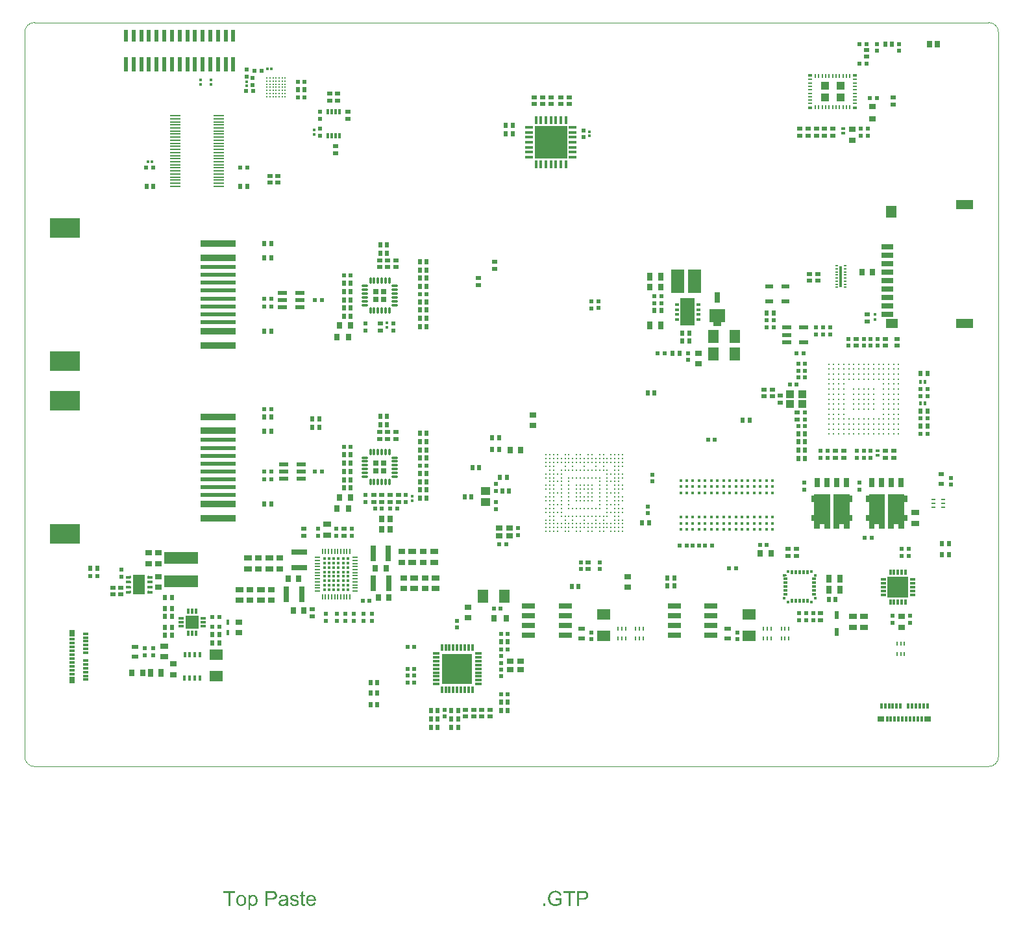
<source format=gtp>
G04*
G04 #@! TF.GenerationSoftware,Altium Limited,Altium Designer,23.2.1 (34)*
G04*
G04 Layer_Color=39423*
%FSLAX43Y43*%
%MOMM*%
G71*
G04*
G04 #@! TF.SameCoordinates,446EAD3A-CF97-43B9-853E-CE3D58A9E9AC*
G04*
G04*
G04 #@! TF.FilePolarity,Positive*
G04*
G01*
G75*
%ADD10R,0.400X0.375*%
%ADD11R,0.750X0.750*%
%ADD12R,0.750X0.750*%
%ADD13R,0.750X0.750*%
%ADD14R,0.750X0.750*%
%ADD15C,0.100*%
%ADD16R,1.300X0.600*%
%ADD17R,1.000X0.640*%
%ADD18R,0.510X0.700*%
%ADD19R,0.650X1.250*%
%ADD20R,1.000X1.000*%
%ADD21R,0.400X0.750*%
%ADD22R,0.450X0.750*%
%ADD23R,0.500X0.375*%
%ADD24R,0.500X0.250*%
%ADD25R,0.250X0.500*%
%ADD26R,1.700X3.100*%
%ADD27R,0.950X0.800*%
%ADD28R,4.400X1.500*%
%ADD29R,0.800X2.000*%
%ADD30R,0.650X0.900*%
%ADD31R,0.800X0.200*%
%ADD32R,0.200X0.800*%
%ADD33R,0.300X0.800*%
G04:AMPARAMS|DCode=34|XSize=0.3mm|YSize=0.85mm|CornerRadius=0.075mm|HoleSize=0mm|Usage=FLASHONLY|Rotation=90.000|XOffset=0mm|YOffset=0mm|HoleType=Round|Shape=RoundedRectangle|*
%AMROUNDEDRECTD34*
21,1,0.300,0.700,0,0,90.0*
21,1,0.150,0.850,0,0,90.0*
1,1,0.150,0.350,0.075*
1,1,0.150,0.350,-0.075*
1,1,0.150,-0.350,-0.075*
1,1,0.150,-0.350,0.075*
%
%ADD34ROUNDEDRECTD34*%
G04:AMPARAMS|DCode=35|XSize=0.3mm|YSize=0.85mm|CornerRadius=0.075mm|HoleSize=0mm|Usage=FLASHONLY|Rotation=180.000|XOffset=0mm|YOffset=0mm|HoleType=Round|Shape=RoundedRectangle|*
%AMROUNDEDRECTD35*
21,1,0.300,0.700,0,0,180.0*
21,1,0.150,0.850,0,0,180.0*
1,1,0.150,-0.075,0.350*
1,1,0.150,0.075,0.350*
1,1,0.150,0.075,-0.350*
1,1,0.150,-0.075,-0.350*
%
%ADD35ROUNDEDRECTD35*%
%ADD36R,0.550X0.350*%
%ADD37R,1.650X2.550*%
%ADD38C,0.400*%
%ADD39C,0.260*%
%ADD40R,0.300X0.300*%
%ADD41R,0.300X0.550*%
%ADD42R,0.300X0.300*%
%ADD43R,0.550X0.300*%
%ADD44C,0.250*%
%ADD45R,1.350X0.250*%
%ADD46C,0.280*%
%ADD47R,1.750X0.700*%
%ADD48R,1.900X3.600*%
%ADD49R,0.600X0.400*%
G04:AMPARAMS|DCode=50|XSize=0.9mm|YSize=0.3mm|CornerRadius=0.075mm|HoleSize=0mm|Usage=FLASHONLY|Rotation=270.000|XOffset=0mm|YOffset=0mm|HoleType=Round|Shape=RoundedRectangle|*
%AMROUNDEDRECTD50*
21,1,0.900,0.150,0,0,270.0*
21,1,0.750,0.300,0,0,270.0*
1,1,0.150,-0.075,-0.375*
1,1,0.150,-0.075,0.375*
1,1,0.150,0.075,0.375*
1,1,0.150,0.075,-0.375*
%
%ADD50ROUNDEDRECTD50*%
%ADD51R,0.300X0.900*%
G04:AMPARAMS|DCode=52|XSize=0.9mm|YSize=0.3mm|CornerRadius=0.075mm|HoleSize=0mm|Usage=FLASHONLY|Rotation=180.000|XOffset=0mm|YOffset=0mm|HoleType=Round|Shape=RoundedRectangle|*
%AMROUNDEDRECTD52*
21,1,0.900,0.150,0,0,180.0*
21,1,0.750,0.300,0,0,180.0*
1,1,0.150,-0.375,0.075*
1,1,0.150,0.375,0.075*
1,1,0.150,0.375,-0.075*
1,1,0.150,-0.375,-0.075*
%
%ADD52ROUNDEDRECTD52*%
%ADD53R,0.900X0.300*%
%ADD54R,3.900X3.900*%
%ADD55R,0.370X1.000*%
%ADD56R,1.000X0.370*%
%ADD57R,4.250X4.250*%
%ADD58R,0.750X0.300*%
%ADD59R,0.300X0.750*%
%ADD60R,2.700X2.700*%
%ADD61R,0.750X0.300*%
%ADD62R,1.700X1.700*%
%ADD63R,0.800X0.950*%
%ADD64R,0.300X2.800*%
%ADD65R,0.450X0.200*%
%ADD66R,0.330X0.425*%
%ADD67R,1.200X0.600*%
%ADD68R,0.600X0.250*%
%ADD69R,0.800X0.550*%
%ADD70R,0.300X0.650*%
%ADD71R,0.540X1.060*%
%ADD72R,0.750X1.380*%
%ADD73R,1.100X2.320*%
%ADD74R,0.850X0.750*%
%ADD75R,1.250X1.000*%
%ADD76R,0.700X0.300*%
%ADD77R,0.700X0.900*%
%ADD78R,0.600X1.850*%
%ADD79R,0.600X1.650*%
%ADD80R,4.600X0.810*%
%ADD81R,4.600X0.610*%
%ADD82R,3.900X2.500*%
%ADD83R,1.600X0.700*%
%ADD84R,1.400X1.600*%
%ADD85R,1.600X1.200*%
%ADD86R,2.200X1.200*%
%ADD87R,1.400X1.780*%
%ADD88R,0.890X0.640*%
%ADD89R,0.510X0.560*%
%ADD90R,0.350X0.350*%
%ADD91R,0.400X0.500*%
%ADD92R,0.640X0.890*%
%ADD93R,2.000X0.800*%
%ADD94R,0.560X0.510*%
%ADD95R,1.780X1.400*%
%ADD96R,0.500X0.400*%
%ADD97R,0.350X0.350*%
%ADD98R,1.060X0.540*%
%ADD99R,0.700X0.510*%
%ADD100R,0.640X1.000*%
%ADD101R,0.900X0.550*%
%ADD102R,0.250X0.600*%
%ADD103R,0.750X0.850*%
%ADD104R,0.300X0.700*%
%ADD105R,0.900X0.700*%
%ADD106R,2.030X1.820*%
G36*
X114700Y35300D02*
X115100D01*
Y34475D01*
X114700D01*
Y32825D01*
X115100D01*
Y32025D01*
X114700D01*
Y31025D01*
X113975D01*
Y31575D01*
X113350D01*
Y31025D01*
X112600D01*
Y35475D01*
X114700D01*
Y35300D01*
D02*
G37*
G36*
X112200Y31025D02*
X111450D01*
Y31575D01*
X110825D01*
Y31025D01*
X110100D01*
Y32025D01*
X109700D01*
Y32825D01*
X110100D01*
Y34475D01*
X109700D01*
Y35300D01*
X110100D01*
Y35475D01*
X112200D01*
Y31025D01*
D02*
G37*
G36*
X107575Y35300D02*
X107975D01*
Y34475D01*
X107575D01*
Y32825D01*
X107975D01*
Y32025D01*
X107575D01*
Y31025D01*
X106850D01*
Y31575D01*
X106225D01*
Y31025D01*
X105475D01*
Y35475D01*
X107575D01*
Y35300D01*
D02*
G37*
G36*
X105075Y31025D02*
X104325D01*
Y31575D01*
X103700D01*
Y31025D01*
X102975D01*
Y32025D01*
X102575D01*
Y32825D01*
X102975D01*
Y34475D01*
X102575D01*
Y35300D01*
X102975D01*
Y35475D01*
X105075D01*
Y31025D01*
D02*
G37*
G36*
X99425Y24950D02*
X99425Y24800D01*
X98925D01*
Y25100D01*
X99275Y25100D01*
X99425Y24950D01*
D02*
G37*
G36*
X16125Y24525D02*
X16090D01*
X16026Y24552D01*
X15977Y24601D01*
X15950Y24665D01*
X15950Y24700D01*
Y24735D01*
X15977Y24799D01*
X16026Y24848D01*
X16090Y24875D01*
X16125D01*
Y24525D01*
D02*
G37*
G36*
X13824Y24848D02*
X13873Y24799D01*
X13900Y24735D01*
X13900Y24700D01*
Y24665D01*
X13873Y24601D01*
X13824Y24552D01*
X13760Y24525D01*
X13725D01*
Y24875D01*
X13760D01*
X13824Y24848D01*
D02*
G37*
G36*
X16125Y23875D02*
X16090D01*
X16026Y23902D01*
X15977Y23951D01*
X15950Y24015D01*
X15950Y24050D01*
Y24085D01*
X15977Y24149D01*
X16026Y24198D01*
X16090Y24225D01*
X16125D01*
Y23875D01*
D02*
G37*
G36*
X13824Y24198D02*
X13873Y24149D01*
X13900Y24085D01*
X13900Y24050D01*
Y24015D01*
X13873Y23951D01*
X13824Y23902D01*
X13760Y23875D01*
X13725D01*
Y24225D01*
X13760D01*
X13824Y24198D01*
D02*
G37*
G36*
X16125Y23225D02*
X16090D01*
X16026Y23252D01*
X15977Y23301D01*
X15950Y23365D01*
X15950Y23400D01*
Y23435D01*
X15977Y23499D01*
X16026Y23548D01*
X16090Y23575D01*
X16125D01*
Y23225D01*
D02*
G37*
G36*
X13824Y23548D02*
X13873Y23499D01*
X13900Y23435D01*
X13900Y23400D01*
Y23365D01*
X13873Y23301D01*
X13824Y23252D01*
X13760Y23225D01*
X13725D01*
Y23575D01*
X13760D01*
X13824Y23548D01*
D02*
G37*
G36*
X16125Y22575D02*
X16090D01*
X16026Y22602D01*
X15977Y22651D01*
X15950Y22715D01*
X15950Y22750D01*
Y22785D01*
X15977Y22849D01*
X16026Y22898D01*
X16090Y22925D01*
X16125D01*
Y22575D01*
D02*
G37*
G36*
X13824Y22898D02*
X13873Y22849D01*
X13900Y22785D01*
X13900Y22750D01*
Y22715D01*
X13873Y22651D01*
X13824Y22602D01*
X13760Y22575D01*
X13725D01*
Y22925D01*
X13760D01*
X13824Y22898D01*
D02*
G37*
G36*
X69270Y-16190D02*
X69293D01*
X69345Y-16196D01*
X69404Y-16204D01*
X69465Y-16218D01*
X69531Y-16235D01*
X69595Y-16257D01*
X69598D01*
X69604Y-16260D01*
X69612Y-16263D01*
X69623Y-16268D01*
X69654Y-16285D01*
X69692Y-16304D01*
X69734Y-16332D01*
X69778Y-16365D01*
X69820Y-16401D01*
X69859Y-16446D01*
X69865Y-16451D01*
X69876Y-16468D01*
X69892Y-16493D01*
X69914Y-16529D01*
X69937Y-16573D01*
X69962Y-16629D01*
X69987Y-16690D01*
X70006Y-16759D01*
X69776Y-16821D01*
Y-16818D01*
X69773Y-16815D01*
X69770Y-16807D01*
X69767Y-16796D01*
X69759Y-16771D01*
X69748Y-16737D01*
X69731Y-16698D01*
X69712Y-16662D01*
X69692Y-16623D01*
X69667Y-16590D01*
X69665Y-16587D01*
X69656Y-16576D01*
X69640Y-16562D01*
X69620Y-16543D01*
X69595Y-16521D01*
X69562Y-16498D01*
X69526Y-16476D01*
X69484Y-16457D01*
X69479Y-16454D01*
X69465Y-16449D01*
X69440Y-16440D01*
X69406Y-16429D01*
X69368Y-16421D01*
X69323Y-16412D01*
X69273Y-16407D01*
X69220Y-16404D01*
X69190D01*
X69176Y-16407D01*
X69159D01*
X69118Y-16410D01*
X69071Y-16418D01*
X69018Y-16426D01*
X68968Y-16440D01*
X68918Y-16460D01*
X68912Y-16462D01*
X68896Y-16468D01*
X68873Y-16482D01*
X68846Y-16496D01*
X68812Y-16518D01*
X68776Y-16540D01*
X68743Y-16568D01*
X68712Y-16598D01*
X68710Y-16601D01*
X68699Y-16612D01*
X68685Y-16632D01*
X68668Y-16654D01*
X68649Y-16682D01*
X68629Y-16715D01*
X68610Y-16751D01*
X68590Y-16790D01*
Y-16793D01*
X68587Y-16798D01*
X68585Y-16807D01*
X68579Y-16821D01*
X68574Y-16837D01*
X68568Y-16857D01*
X68560Y-16879D01*
X68554Y-16904D01*
X68540Y-16962D01*
X68529Y-17029D01*
X68521Y-17098D01*
X68518Y-17176D01*
Y-17179D01*
Y-17187D01*
Y-17201D01*
X68521Y-17218D01*
Y-17240D01*
X68524Y-17267D01*
X68526Y-17295D01*
X68529Y-17326D01*
X68540Y-17395D01*
X68554Y-17467D01*
X68576Y-17540D01*
X68604Y-17609D01*
Y-17612D01*
X68610Y-17617D01*
X68612Y-17626D01*
X68621Y-17637D01*
X68640Y-17667D01*
X68671Y-17706D01*
X68707Y-17748D01*
X68751Y-17789D01*
X68804Y-17828D01*
X68862Y-17864D01*
X68865D01*
X68871Y-17867D01*
X68879Y-17873D01*
X68893Y-17878D01*
X68907Y-17884D01*
X68926Y-17889D01*
X68971Y-17906D01*
X69026Y-17920D01*
X69087Y-17934D01*
X69154Y-17945D01*
X69223Y-17948D01*
X69251D01*
X69268Y-17945D01*
X69284D01*
X69326Y-17939D01*
X69376Y-17934D01*
X69429Y-17923D01*
X69487Y-17906D01*
X69545Y-17887D01*
X69548D01*
X69554Y-17884D01*
X69559Y-17881D01*
X69570Y-17875D01*
X69601Y-17862D01*
X69634Y-17845D01*
X69673Y-17826D01*
X69715Y-17803D01*
X69753Y-17778D01*
X69787Y-17751D01*
Y-17390D01*
X69220D01*
Y-17162D01*
X70037D01*
Y-17875D01*
X70034Y-17878D01*
X70028Y-17881D01*
X70017Y-17889D01*
X70003Y-17900D01*
X69987Y-17912D01*
X69967Y-17925D01*
X69942Y-17942D01*
X69917Y-17959D01*
X69859Y-17995D01*
X69792Y-18034D01*
X69723Y-18070D01*
X69648Y-18100D01*
X69645D01*
X69640Y-18103D01*
X69629Y-18106D01*
X69615Y-18111D01*
X69595Y-18117D01*
X69573Y-18125D01*
X69548Y-18131D01*
X69523Y-18136D01*
X69462Y-18150D01*
X69393Y-18164D01*
X69318Y-18173D01*
X69240Y-18175D01*
X69212D01*
X69193Y-18173D01*
X69168D01*
X69137Y-18170D01*
X69104Y-18164D01*
X69068Y-18161D01*
X68987Y-18145D01*
X68901Y-18125D01*
X68812Y-18095D01*
X68768Y-18078D01*
X68723Y-18056D01*
X68721Y-18053D01*
X68712Y-18050D01*
X68701Y-18042D01*
X68685Y-18034D01*
X68665Y-18020D01*
X68646Y-18006D01*
X68593Y-17967D01*
X68537Y-17917D01*
X68479Y-17856D01*
X68424Y-17787D01*
X68374Y-17706D01*
Y-17703D01*
X68368Y-17695D01*
X68363Y-17684D01*
X68354Y-17664D01*
X68346Y-17645D01*
X68338Y-17617D01*
X68326Y-17590D01*
X68315Y-17556D01*
X68304Y-17520D01*
X68293Y-17478D01*
X68285Y-17437D01*
X68277Y-17392D01*
X68263Y-17295D01*
X68257Y-17193D01*
Y-17190D01*
Y-17179D01*
Y-17165D01*
X68260Y-17145D01*
Y-17120D01*
X68263Y-17090D01*
X68268Y-17059D01*
X68271Y-17023D01*
X68279Y-16984D01*
X68285Y-16943D01*
X68307Y-16854D01*
X68335Y-16762D01*
X68374Y-16671D01*
X68376Y-16668D01*
X68379Y-16660D01*
X68385Y-16648D01*
X68396Y-16632D01*
X68407Y-16610D01*
X68421Y-16587D01*
X68460Y-16535D01*
X68507Y-16473D01*
X68565Y-16415D01*
X68632Y-16357D01*
X68671Y-16332D01*
X68710Y-16307D01*
X68712Y-16304D01*
X68721Y-16301D01*
X68732Y-16296D01*
X68748Y-16287D01*
X68771Y-16279D01*
X68796Y-16268D01*
X68823Y-16257D01*
X68857Y-16246D01*
X68893Y-16235D01*
X68932Y-16226D01*
X68973Y-16215D01*
X69018Y-16207D01*
X69115Y-16193D01*
X69165Y-16188D01*
X69254D01*
X69270Y-16190D01*
D02*
G37*
G36*
X29827Y-16721D02*
X29847Y-16723D01*
X29888Y-16729D01*
X29938Y-16740D01*
X29991Y-16757D01*
X30044Y-16782D01*
X30096Y-16812D01*
X30099D01*
X30102Y-16818D01*
X30119Y-16829D01*
X30144Y-16851D01*
X30174Y-16879D01*
X30207Y-16915D01*
X30241Y-16959D01*
X30274Y-17012D01*
X30302Y-17070D01*
Y-17073D01*
X30305Y-17079D01*
X30307Y-17087D01*
X30313Y-17098D01*
X30319Y-17115D01*
X30324Y-17134D01*
X30338Y-17179D01*
X30352Y-17234D01*
X30363Y-17295D01*
X30371Y-17365D01*
X30374Y-17437D01*
Y-17440D01*
Y-17445D01*
Y-17456D01*
Y-17473D01*
X30371Y-17492D01*
Y-17515D01*
X30366Y-17565D01*
X30355Y-17626D01*
X30341Y-17689D01*
X30321Y-17756D01*
X30296Y-17823D01*
Y-17826D01*
X30294Y-17831D01*
X30288Y-17839D01*
X30282Y-17851D01*
X30263Y-17881D01*
X30238Y-17920D01*
X30207Y-17962D01*
X30169Y-18003D01*
X30124Y-18045D01*
X30071Y-18084D01*
X30069D01*
X30066Y-18086D01*
X30058Y-18092D01*
X30046Y-18098D01*
X30019Y-18111D01*
X29980Y-18128D01*
X29933Y-18145D01*
X29883Y-18159D01*
X29824Y-18170D01*
X29766Y-18173D01*
X29747D01*
X29724Y-18170D01*
X29697Y-18167D01*
X29663Y-18161D01*
X29627Y-18153D01*
X29591Y-18142D01*
X29555Y-18125D01*
X29552Y-18123D01*
X29538Y-18117D01*
X29522Y-18106D01*
X29500Y-18089D01*
X29477Y-18073D01*
X29450Y-18050D01*
X29425Y-18025D01*
X29402Y-17998D01*
Y-18675D01*
X29166D01*
Y-16748D01*
X29380D01*
Y-16932D01*
X29383Y-16926D01*
X29394Y-16915D01*
X29408Y-16895D01*
X29430Y-16873D01*
X29455Y-16846D01*
X29483Y-16821D01*
X29516Y-16796D01*
X29550Y-16773D01*
X29555Y-16771D01*
X29566Y-16765D01*
X29588Y-16757D01*
X29616Y-16746D01*
X29649Y-16734D01*
X29688Y-16726D01*
X29733Y-16721D01*
X29783Y-16718D01*
X29813D01*
X29827Y-16721D01*
D02*
G37*
G36*
X35205D02*
X35246Y-16723D01*
X35291Y-16729D01*
X35338Y-16740D01*
X35388Y-16751D01*
X35435Y-16768D01*
X35438D01*
X35441Y-16771D01*
X35455Y-16776D01*
X35477Y-16787D01*
X35505Y-16801D01*
X35535Y-16821D01*
X35566Y-16843D01*
X35593Y-16868D01*
X35618Y-16895D01*
X35621Y-16898D01*
X35627Y-16909D01*
X35638Y-16929D01*
X35652Y-16951D01*
X35666Y-16984D01*
X35679Y-17020D01*
X35691Y-17062D01*
X35702Y-17109D01*
X35471Y-17140D01*
Y-17134D01*
X35468Y-17123D01*
X35463Y-17104D01*
X35455Y-17079D01*
X35441Y-17054D01*
X35424Y-17026D01*
X35405Y-16998D01*
X35377Y-16973D01*
X35374Y-16970D01*
X35363Y-16965D01*
X35346Y-16954D01*
X35321Y-16943D01*
X35294Y-16932D01*
X35257Y-16920D01*
X35213Y-16915D01*
X35166Y-16912D01*
X35138D01*
X35110Y-16915D01*
X35074Y-16918D01*
X35038Y-16926D01*
X34999Y-16934D01*
X34963Y-16948D01*
X34933Y-16968D01*
X34930Y-16970D01*
X34922Y-16976D01*
X34910Y-16987D01*
X34899Y-17004D01*
X34885Y-17020D01*
X34874Y-17043D01*
X34866Y-17068D01*
X34863Y-17093D01*
Y-17095D01*
Y-17101D01*
X34866Y-17109D01*
Y-17120D01*
X34874Y-17148D01*
X34891Y-17176D01*
X34894Y-17179D01*
X34897Y-17181D01*
X34902Y-17190D01*
X34913Y-17198D01*
X34924Y-17206D01*
X34941Y-17218D01*
X34960Y-17226D01*
X34983Y-17237D01*
X34985D01*
X34991Y-17240D01*
X35002Y-17243D01*
X35021Y-17251D01*
X35049Y-17259D01*
X35085Y-17267D01*
X35108Y-17276D01*
X35132Y-17281D01*
X35160Y-17290D01*
X35191Y-17298D01*
X35194D01*
X35202Y-17301D01*
X35216Y-17304D01*
X35232Y-17309D01*
X35252Y-17315D01*
X35277Y-17320D01*
X35330Y-17337D01*
X35388Y-17354D01*
X35446Y-17373D01*
X35499Y-17392D01*
X35521Y-17401D01*
X35541Y-17409D01*
X35546Y-17412D01*
X35557Y-17417D01*
X35574Y-17426D01*
X35599Y-17440D01*
X35624Y-17456D01*
X35649Y-17478D01*
X35674Y-17503D01*
X35696Y-17531D01*
X35699Y-17534D01*
X35704Y-17545D01*
X35715Y-17562D01*
X35727Y-17587D01*
X35735Y-17617D01*
X35746Y-17651D01*
X35752Y-17689D01*
X35754Y-17734D01*
Y-17739D01*
Y-17753D01*
X35752Y-17776D01*
X35746Y-17806D01*
X35738Y-17839D01*
X35724Y-17875D01*
X35707Y-17917D01*
X35685Y-17956D01*
X35682Y-17962D01*
X35671Y-17973D01*
X35657Y-17992D01*
X35635Y-18014D01*
X35604Y-18039D01*
X35571Y-18067D01*
X35532Y-18092D01*
X35485Y-18117D01*
X35482D01*
X35480Y-18120D01*
X35463Y-18125D01*
X35435Y-18134D01*
X35399Y-18145D01*
X35355Y-18156D01*
X35305Y-18164D01*
X35252Y-18170D01*
X35191Y-18173D01*
X35166D01*
X35146Y-18170D01*
X35124D01*
X35096Y-18167D01*
X35069Y-18164D01*
X35038Y-18159D01*
X34971Y-18145D01*
X34902Y-18125D01*
X34835Y-18098D01*
X34805Y-18081D01*
X34777Y-18061D01*
X34774Y-18059D01*
X34772Y-18056D01*
X34755Y-18039D01*
X34730Y-18014D01*
X34702Y-17975D01*
X34672Y-17928D01*
X34641Y-17873D01*
X34616Y-17803D01*
X34597Y-17726D01*
X34830Y-17689D01*
Y-17692D01*
Y-17695D01*
X34835Y-17712D01*
X34841Y-17739D01*
X34852Y-17770D01*
X34866Y-17803D01*
X34883Y-17839D01*
X34908Y-17875D01*
X34938Y-17906D01*
X34944Y-17909D01*
X34955Y-17917D01*
X34977Y-17928D01*
X35005Y-17942D01*
X35041Y-17956D01*
X35083Y-17967D01*
X35132Y-17975D01*
X35191Y-17978D01*
X35219D01*
X35246Y-17975D01*
X35282Y-17970D01*
X35321Y-17962D01*
X35363Y-17950D01*
X35399Y-17937D01*
X35432Y-17914D01*
X35435Y-17912D01*
X35446Y-17903D01*
X35457Y-17889D01*
X35474Y-17870D01*
X35488Y-17848D01*
X35502Y-17820D01*
X35510Y-17792D01*
X35513Y-17759D01*
Y-17756D01*
Y-17745D01*
X35510Y-17731D01*
X35505Y-17712D01*
X35496Y-17692D01*
X35482Y-17673D01*
X35466Y-17651D01*
X35441Y-17634D01*
X35438Y-17631D01*
X35430Y-17628D01*
X35416Y-17620D01*
X35393Y-17612D01*
X35360Y-17601D01*
X35341Y-17592D01*
X35319Y-17587D01*
X35294Y-17578D01*
X35266Y-17570D01*
X35235Y-17562D01*
X35199Y-17553D01*
X35196D01*
X35188Y-17551D01*
X35174Y-17548D01*
X35157Y-17542D01*
X35135Y-17537D01*
X35110Y-17528D01*
X35058Y-17515D01*
X34996Y-17495D01*
X34938Y-17478D01*
X34883Y-17459D01*
X34858Y-17448D01*
X34838Y-17440D01*
X34833Y-17437D01*
X34822Y-17431D01*
X34805Y-17420D01*
X34783Y-17406D01*
X34758Y-17387D01*
X34733Y-17365D01*
X34708Y-17340D01*
X34686Y-17309D01*
X34683Y-17306D01*
X34677Y-17295D01*
X34669Y-17276D01*
X34661Y-17254D01*
X34652Y-17226D01*
X34644Y-17193D01*
X34638Y-17159D01*
X34636Y-17120D01*
Y-17115D01*
Y-17104D01*
X34638Y-17087D01*
X34641Y-17062D01*
X34647Y-17037D01*
X34652Y-17007D01*
X34663Y-16979D01*
X34677Y-16948D01*
X34680Y-16945D01*
X34686Y-16934D01*
X34694Y-16920D01*
X34708Y-16901D01*
X34724Y-16882D01*
X34744Y-16857D01*
X34766Y-16834D01*
X34794Y-16815D01*
X34797Y-16812D01*
X34805Y-16809D01*
X34816Y-16801D01*
X34833Y-16793D01*
X34855Y-16782D01*
X34880Y-16771D01*
X34910Y-16759D01*
X34944Y-16748D01*
X34949Y-16746D01*
X34960Y-16743D01*
X34980Y-16737D01*
X35005Y-16732D01*
X35035Y-16726D01*
X35069Y-16723D01*
X35108Y-16718D01*
X35174D01*
X35205Y-16721D01*
D02*
G37*
G36*
X72882Y-16224D02*
X72929Y-16226D01*
X72979Y-16229D01*
X73027Y-16235D01*
X73068Y-16240D01*
X73074D01*
X73093Y-16246D01*
X73118Y-16251D01*
X73152Y-16260D01*
X73188Y-16274D01*
X73227Y-16290D01*
X73268Y-16310D01*
X73304Y-16332D01*
X73310Y-16335D01*
X73321Y-16343D01*
X73338Y-16360D01*
X73360Y-16379D01*
X73385Y-16404D01*
X73410Y-16437D01*
X73438Y-16473D01*
X73460Y-16515D01*
X73462Y-16521D01*
X73468Y-16535D01*
X73479Y-16560D01*
X73490Y-16593D01*
X73499Y-16632D01*
X73510Y-16676D01*
X73515Y-16726D01*
X73518Y-16779D01*
Y-16782D01*
Y-16790D01*
Y-16801D01*
X73515Y-16821D01*
X73512Y-16840D01*
X73510Y-16865D01*
X73504Y-16893D01*
X73499Y-16923D01*
X73479Y-16987D01*
X73468Y-17020D01*
X73451Y-17056D01*
X73432Y-17093D01*
X73413Y-17126D01*
X73388Y-17159D01*
X73360Y-17193D01*
X73357Y-17195D01*
X73351Y-17201D01*
X73343Y-17209D01*
X73329Y-17218D01*
X73313Y-17231D01*
X73290Y-17245D01*
X73263Y-17262D01*
X73232Y-17276D01*
X73196Y-17292D01*
X73154Y-17309D01*
X73110Y-17323D01*
X73057Y-17334D01*
X73002Y-17345D01*
X72941Y-17354D01*
X72871Y-17359D01*
X72799Y-17362D01*
X72308D01*
Y-18142D01*
X72052D01*
Y-16221D01*
X72841D01*
X72882Y-16224D01*
D02*
G37*
G36*
X71788Y-16449D02*
X71155D01*
Y-18142D01*
X70900D01*
Y-16449D01*
X70267D01*
Y-16221D01*
X71788D01*
Y-16449D01*
D02*
G37*
G36*
X67882Y-18142D02*
X67613D01*
Y-17873D01*
X67882D01*
Y-18142D01*
D02*
G37*
G36*
X33847Y-16721D02*
X33889Y-16723D01*
X33936Y-16729D01*
X33983Y-16737D01*
X34030Y-16748D01*
X34075Y-16762D01*
X34080Y-16765D01*
X34094Y-16771D01*
X34114Y-16779D01*
X34139Y-16790D01*
X34166Y-16807D01*
X34194Y-16823D01*
X34219Y-16846D01*
X34241Y-16868D01*
X34244Y-16870D01*
X34250Y-16879D01*
X34258Y-16893D01*
X34269Y-16909D01*
X34283Y-16934D01*
X34294Y-16959D01*
X34305Y-16990D01*
X34314Y-17026D01*
Y-17029D01*
X34316Y-17037D01*
X34319Y-17054D01*
X34322Y-17076D01*
Y-17106D01*
X34325Y-17143D01*
X34327Y-17190D01*
Y-17243D01*
Y-17559D01*
Y-17562D01*
Y-17573D01*
Y-17590D01*
Y-17612D01*
Y-17637D01*
Y-17667D01*
X34330Y-17734D01*
Y-17803D01*
X34333Y-17873D01*
X34336Y-17903D01*
Y-17931D01*
X34338Y-17956D01*
X34341Y-17975D01*
Y-17978D01*
X34344Y-17989D01*
X34347Y-18006D01*
X34355Y-18028D01*
X34361Y-18053D01*
X34372Y-18081D01*
X34386Y-18111D01*
X34400Y-18142D01*
X34152D01*
X34150Y-18139D01*
X34147Y-18128D01*
X34141Y-18114D01*
X34133Y-18092D01*
X34125Y-18067D01*
X34119Y-18037D01*
X34114Y-18003D01*
X34108Y-17967D01*
X34105D01*
X34103Y-17973D01*
X34086Y-17987D01*
X34061Y-18006D01*
X34028Y-18031D01*
X33986Y-18056D01*
X33944Y-18084D01*
X33900Y-18109D01*
X33853Y-18128D01*
X33847Y-18131D01*
X33830Y-18134D01*
X33805Y-18142D01*
X33775Y-18150D01*
X33736Y-18159D01*
X33692Y-18164D01*
X33642Y-18170D01*
X33592Y-18173D01*
X33569D01*
X33553Y-18170D01*
X33533D01*
X33511Y-18167D01*
X33461Y-18159D01*
X33406Y-18145D01*
X33345Y-18125D01*
X33289Y-18098D01*
X33239Y-18061D01*
X33234Y-18056D01*
X33220Y-18042D01*
X33200Y-18017D01*
X33178Y-17984D01*
X33156Y-17942D01*
X33136Y-17895D01*
X33123Y-17837D01*
X33120Y-17809D01*
X33117Y-17776D01*
Y-17770D01*
Y-17759D01*
X33120Y-17739D01*
X33123Y-17714D01*
X33128Y-17684D01*
X33136Y-17653D01*
X33147Y-17620D01*
X33161Y-17590D01*
X33164Y-17587D01*
X33170Y-17576D01*
X33181Y-17559D01*
X33195Y-17540D01*
X33211Y-17517D01*
X33234Y-17495D01*
X33256Y-17473D01*
X33284Y-17454D01*
X33286Y-17451D01*
X33297Y-17445D01*
X33311Y-17434D01*
X33333Y-17423D01*
X33358Y-17412D01*
X33389Y-17398D01*
X33420Y-17387D01*
X33456Y-17376D01*
X33458D01*
X33470Y-17373D01*
X33486Y-17367D01*
X33508Y-17365D01*
X33536Y-17359D01*
X33572Y-17354D01*
X33614Y-17345D01*
X33664Y-17340D01*
X33667D01*
X33678Y-17337D01*
X33692D01*
X33711Y-17334D01*
X33733Y-17331D01*
X33761Y-17326D01*
X33792Y-17323D01*
X33825Y-17317D01*
X33892Y-17304D01*
X33964Y-17290D01*
X34028Y-17273D01*
X34058Y-17265D01*
X34086Y-17256D01*
Y-17254D01*
Y-17248D01*
X34089Y-17231D01*
Y-17212D01*
Y-17201D01*
Y-17195D01*
Y-17193D01*
Y-17190D01*
Y-17173D01*
X34086Y-17145D01*
X34080Y-17115D01*
X34072Y-17081D01*
X34058Y-17048D01*
X34041Y-17018D01*
X34019Y-16993D01*
X34016Y-16990D01*
X34003Y-16979D01*
X33980Y-16968D01*
X33953Y-16951D01*
X33914Y-16937D01*
X33869Y-16923D01*
X33814Y-16915D01*
X33750Y-16912D01*
X33722D01*
X33694Y-16915D01*
X33656Y-16920D01*
X33617Y-16926D01*
X33575Y-16937D01*
X33536Y-16951D01*
X33503Y-16970D01*
X33500Y-16973D01*
X33489Y-16982D01*
X33475Y-16995D01*
X33458Y-17018D01*
X33442Y-17045D01*
X33422Y-17081D01*
X33406Y-17126D01*
X33389Y-17176D01*
X33159Y-17145D01*
Y-17143D01*
X33161Y-17140D01*
Y-17131D01*
X33164Y-17120D01*
X33172Y-17095D01*
X33184Y-17059D01*
X33197Y-17023D01*
X33214Y-16984D01*
X33236Y-16945D01*
X33261Y-16909D01*
X33264Y-16907D01*
X33275Y-16895D01*
X33292Y-16879D01*
X33314Y-16857D01*
X33345Y-16834D01*
X33381Y-16812D01*
X33422Y-16787D01*
X33470Y-16768D01*
X33472D01*
X33475Y-16765D01*
X33483Y-16762D01*
X33495Y-16759D01*
X33522Y-16751D01*
X33561Y-16743D01*
X33606Y-16734D01*
X33661Y-16726D01*
X33719Y-16721D01*
X33786Y-16718D01*
X33817D01*
X33847Y-16721D01*
D02*
G37*
G36*
X32267Y-16224D02*
X32315Y-16226D01*
X32365Y-16229D01*
X32412Y-16235D01*
X32453Y-16240D01*
X32459D01*
X32478Y-16246D01*
X32503Y-16251D01*
X32537Y-16260D01*
X32573Y-16274D01*
X32612Y-16290D01*
X32653Y-16310D01*
X32689Y-16332D01*
X32695Y-16335D01*
X32706Y-16343D01*
X32723Y-16360D01*
X32745Y-16379D01*
X32770Y-16404D01*
X32795Y-16437D01*
X32823Y-16473D01*
X32845Y-16515D01*
X32848Y-16521D01*
X32853Y-16535D01*
X32864Y-16560D01*
X32875Y-16593D01*
X32884Y-16632D01*
X32895Y-16676D01*
X32900Y-16726D01*
X32903Y-16779D01*
Y-16782D01*
Y-16790D01*
Y-16801D01*
X32900Y-16821D01*
X32898Y-16840D01*
X32895Y-16865D01*
X32889Y-16893D01*
X32884Y-16923D01*
X32864Y-16987D01*
X32853Y-17020D01*
X32837Y-17056D01*
X32817Y-17093D01*
X32798Y-17126D01*
X32773Y-17159D01*
X32745Y-17193D01*
X32742Y-17195D01*
X32737Y-17201D01*
X32728Y-17209D01*
X32714Y-17218D01*
X32698Y-17231D01*
X32676Y-17245D01*
X32648Y-17262D01*
X32617Y-17276D01*
X32581Y-17292D01*
X32540Y-17309D01*
X32495Y-17323D01*
X32442Y-17334D01*
X32387Y-17345D01*
X32326Y-17354D01*
X32256Y-17359D01*
X32184Y-17362D01*
X31693D01*
Y-18142D01*
X31437D01*
Y-16221D01*
X32226D01*
X32267Y-16224D01*
D02*
G37*
G36*
X27440Y-16449D02*
X26807D01*
Y-18142D01*
X26551D01*
Y-16449D01*
X25918D01*
Y-16221D01*
X27440D01*
Y-16449D01*
D02*
G37*
G36*
X36310Y-16748D02*
X36548D01*
Y-16932D01*
X36310D01*
Y-17751D01*
Y-17756D01*
Y-17767D01*
Y-17784D01*
X36312Y-17803D01*
X36315Y-17848D01*
X36318Y-17867D01*
X36321Y-17881D01*
X36323Y-17887D01*
X36332Y-17898D01*
X36343Y-17912D01*
X36362Y-17925D01*
X36368Y-17928D01*
X36382Y-17934D01*
X36407Y-17939D01*
X36443Y-17942D01*
X36471D01*
X36485Y-17939D01*
X36504D01*
X36526Y-17937D01*
X36548Y-17934D01*
X36579Y-18142D01*
X36573D01*
X36562Y-18145D01*
X36543Y-18148D01*
X36518Y-18150D01*
X36490Y-18156D01*
X36460Y-18159D01*
X36398Y-18161D01*
X36376D01*
X36354Y-18159D01*
X36326Y-18156D01*
X36293Y-18153D01*
X36260Y-18145D01*
X36229Y-18136D01*
X36199Y-18123D01*
X36196Y-18120D01*
X36187Y-18114D01*
X36176Y-18106D01*
X36160Y-18092D01*
X36146Y-18078D01*
X36129Y-18059D01*
X36112Y-18039D01*
X36101Y-18014D01*
Y-18012D01*
X36096Y-18000D01*
X36093Y-17981D01*
X36088Y-17953D01*
X36082Y-17917D01*
X36079Y-17895D01*
Y-17870D01*
X36076Y-17839D01*
X36074Y-17809D01*
Y-17776D01*
Y-17737D01*
Y-16932D01*
X35899D01*
Y-16748D01*
X36074D01*
Y-16404D01*
X36310Y-16263D01*
Y-16748D01*
D02*
G37*
G36*
X37398Y-16721D02*
X37420Y-16723D01*
X37448Y-16729D01*
X37478Y-16734D01*
X37514Y-16743D01*
X37548Y-16751D01*
X37587Y-16765D01*
X37623Y-16779D01*
X37662Y-16798D01*
X37701Y-16821D01*
X37739Y-16846D01*
X37775Y-16876D01*
X37809Y-16909D01*
X37812Y-16912D01*
X37817Y-16918D01*
X37825Y-16929D01*
X37837Y-16945D01*
X37850Y-16965D01*
X37864Y-16987D01*
X37881Y-17015D01*
X37898Y-17048D01*
X37914Y-17084D01*
X37931Y-17123D01*
X37945Y-17168D01*
X37959Y-17215D01*
X37970Y-17267D01*
X37978Y-17323D01*
X37984Y-17381D01*
X37986Y-17445D01*
Y-17448D01*
Y-17459D01*
Y-17478D01*
X37984Y-17506D01*
X36943D01*
Y-17509D01*
Y-17517D01*
X36945Y-17528D01*
Y-17545D01*
X36948Y-17565D01*
X36954Y-17587D01*
X36962Y-17637D01*
X36979Y-17692D01*
X37001Y-17753D01*
X37031Y-17809D01*
X37070Y-17859D01*
X37073D01*
X37076Y-17864D01*
X37092Y-17878D01*
X37117Y-17898D01*
X37151Y-17917D01*
X37195Y-17939D01*
X37245Y-17959D01*
X37301Y-17973D01*
X37331Y-17975D01*
X37365Y-17978D01*
X37387D01*
X37412Y-17975D01*
X37442Y-17970D01*
X37476Y-17962D01*
X37514Y-17950D01*
X37551Y-17934D01*
X37587Y-17912D01*
X37589Y-17909D01*
X37603Y-17898D01*
X37620Y-17881D01*
X37639Y-17859D01*
X37662Y-17828D01*
X37687Y-17789D01*
X37712Y-17745D01*
X37734Y-17692D01*
X37978Y-17723D01*
Y-17726D01*
X37975Y-17731D01*
X37973Y-17742D01*
X37967Y-17759D01*
X37959Y-17776D01*
X37950Y-17798D01*
X37928Y-17845D01*
X37900Y-17898D01*
X37862Y-17953D01*
X37817Y-18006D01*
X37762Y-18056D01*
X37759D01*
X37753Y-18061D01*
X37745Y-18067D01*
X37734Y-18075D01*
X37717Y-18084D01*
X37701Y-18092D01*
X37678Y-18103D01*
X37653Y-18114D01*
X37626Y-18125D01*
X37598Y-18136D01*
X37528Y-18153D01*
X37451Y-18167D01*
X37365Y-18173D01*
X37334D01*
X37315Y-18170D01*
X37290Y-18167D01*
X37259Y-18161D01*
X37226Y-18156D01*
X37190Y-18150D01*
X37112Y-18128D01*
X37070Y-18111D01*
X37031Y-18095D01*
X36990Y-18073D01*
X36951Y-18048D01*
X36915Y-18020D01*
X36879Y-17987D01*
X36876Y-17984D01*
X36870Y-17978D01*
X36862Y-17967D01*
X36851Y-17950D01*
X36837Y-17931D01*
X36823Y-17909D01*
X36807Y-17881D01*
X36790Y-17851D01*
X36773Y-17814D01*
X36757Y-17776D01*
X36743Y-17731D01*
X36729Y-17684D01*
X36718Y-17634D01*
X36709Y-17578D01*
X36704Y-17520D01*
X36701Y-17459D01*
Y-17456D01*
Y-17442D01*
Y-17426D01*
X36704Y-17401D01*
X36707Y-17370D01*
X36709Y-17337D01*
X36715Y-17298D01*
X36723Y-17259D01*
X36745Y-17170D01*
X36759Y-17126D01*
X36776Y-17079D01*
X36798Y-17034D01*
X36823Y-16993D01*
X36851Y-16951D01*
X36882Y-16912D01*
X36884Y-16909D01*
X36890Y-16904D01*
X36901Y-16895D01*
X36915Y-16882D01*
X36931Y-16868D01*
X36954Y-16851D01*
X36979Y-16832D01*
X37009Y-16815D01*
X37040Y-16796D01*
X37076Y-16779D01*
X37115Y-16762D01*
X37156Y-16748D01*
X37201Y-16734D01*
X37248Y-16726D01*
X37298Y-16721D01*
X37351Y-16718D01*
X37378D01*
X37398Y-16721D01*
D02*
G37*
G36*
X28284D02*
X28309Y-16723D01*
X28336Y-16729D01*
X28367Y-16734D01*
X28403Y-16740D01*
X28478Y-16765D01*
X28517Y-16779D01*
X28556Y-16798D01*
X28594Y-16818D01*
X28633Y-16846D01*
X28669Y-16873D01*
X28706Y-16907D01*
X28708Y-16909D01*
X28714Y-16915D01*
X28722Y-16926D01*
X28733Y-16940D01*
X28747Y-16959D01*
X28764Y-16984D01*
X28781Y-17012D01*
X28797Y-17043D01*
X28814Y-17076D01*
X28830Y-17118D01*
X28847Y-17159D01*
X28861Y-17206D01*
X28872Y-17256D01*
X28880Y-17309D01*
X28886Y-17365D01*
X28889Y-17426D01*
Y-17429D01*
Y-17437D01*
Y-17451D01*
Y-17470D01*
X28886Y-17492D01*
X28883Y-17520D01*
Y-17548D01*
X28878Y-17578D01*
X28869Y-17648D01*
X28853Y-17717D01*
X28833Y-17787D01*
X28805Y-17851D01*
Y-17853D01*
X28803Y-17856D01*
X28797Y-17864D01*
X28792Y-17875D01*
X28772Y-17903D01*
X28747Y-17937D01*
X28714Y-17975D01*
X28672Y-18014D01*
X28625Y-18053D01*
X28570Y-18089D01*
X28567D01*
X28564Y-18092D01*
X28556Y-18098D01*
X28542Y-18103D01*
X28528Y-18109D01*
X28511Y-18114D01*
X28470Y-18131D01*
X28422Y-18145D01*
X28364Y-18159D01*
X28303Y-18170D01*
X28236Y-18173D01*
X28209D01*
X28186Y-18170D01*
X28161Y-18167D01*
X28134Y-18161D01*
X28100Y-18156D01*
X28067Y-18150D01*
X27992Y-18128D01*
X27950Y-18111D01*
X27912Y-18095D01*
X27873Y-18073D01*
X27834Y-18048D01*
X27798Y-18020D01*
X27762Y-17987D01*
X27759Y-17984D01*
X27753Y-17978D01*
X27745Y-17967D01*
X27734Y-17950D01*
X27720Y-17931D01*
X27706Y-17909D01*
X27689Y-17881D01*
X27673Y-17848D01*
X27656Y-17812D01*
X27639Y-17770D01*
X27626Y-17726D01*
X27612Y-17678D01*
X27601Y-17626D01*
X27592Y-17570D01*
X27587Y-17509D01*
X27584Y-17445D01*
Y-17440D01*
Y-17429D01*
X27587Y-17409D01*
Y-17381D01*
X27590Y-17351D01*
X27595Y-17312D01*
X27601Y-17273D01*
X27612Y-17229D01*
X27623Y-17184D01*
X27637Y-17137D01*
X27653Y-17087D01*
X27676Y-17040D01*
X27698Y-16995D01*
X27728Y-16951D01*
X27759Y-16909D01*
X27798Y-16873D01*
X27801Y-16870D01*
X27806Y-16868D01*
X27817Y-16859D01*
X27831Y-16848D01*
X27848Y-16837D01*
X27870Y-16823D01*
X27892Y-16809D01*
X27920Y-16796D01*
X27950Y-16782D01*
X27984Y-16768D01*
X28059Y-16743D01*
X28145Y-16723D01*
X28189Y-16721D01*
X28236Y-16718D01*
X28264D01*
X28284Y-16721D01*
D02*
G37*
%LPC*%
G36*
X29761Y-16904D02*
X29747D01*
X29736Y-16907D01*
X29708Y-16912D01*
X29672Y-16920D01*
X29630Y-16937D01*
X29586Y-16962D01*
X29561Y-16979D01*
X29538Y-16998D01*
X29516Y-17020D01*
X29494Y-17045D01*
Y-17048D01*
X29488Y-17051D01*
X29483Y-17059D01*
X29477Y-17070D01*
X29469Y-17087D01*
X29458Y-17104D01*
X29447Y-17126D01*
X29438Y-17148D01*
X29427Y-17176D01*
X29416Y-17206D01*
X29408Y-17240D01*
X29397Y-17276D01*
X29391Y-17317D01*
X29386Y-17359D01*
X29380Y-17404D01*
Y-17454D01*
Y-17456D01*
Y-17465D01*
Y-17478D01*
X29383Y-17498D01*
Y-17520D01*
X29386Y-17545D01*
X29394Y-17603D01*
X29408Y-17670D01*
X29425Y-17734D01*
X29452Y-17798D01*
X29469Y-17826D01*
X29488Y-17851D01*
X29494Y-17856D01*
X29508Y-17870D01*
X29530Y-17892D01*
X29561Y-17914D01*
X29599Y-17937D01*
X29644Y-17959D01*
X29694Y-17973D01*
X29722Y-17975D01*
X29749Y-17978D01*
X29766D01*
X29777Y-17975D01*
X29805Y-17970D01*
X29844Y-17962D01*
X29885Y-17945D01*
X29930Y-17923D01*
X29974Y-17889D01*
X29996Y-17870D01*
X30019Y-17848D01*
Y-17845D01*
X30024Y-17842D01*
X30030Y-17834D01*
X30035Y-17823D01*
X30046Y-17809D01*
X30055Y-17789D01*
X30066Y-17770D01*
X30077Y-17745D01*
X30085Y-17720D01*
X30096Y-17687D01*
X30108Y-17653D01*
X30116Y-17617D01*
X30121Y-17576D01*
X30127Y-17531D01*
X30133Y-17484D01*
Y-17434D01*
Y-17431D01*
Y-17423D01*
Y-17409D01*
X30130Y-17390D01*
Y-17367D01*
X30127Y-17342D01*
X30119Y-17284D01*
X30105Y-17220D01*
X30085Y-17156D01*
X30058Y-17093D01*
X30041Y-17062D01*
X30021Y-17037D01*
Y-17034D01*
X30016Y-17032D01*
X30002Y-17015D01*
X29980Y-16995D01*
X29949Y-16970D01*
X29910Y-16945D01*
X29866Y-16923D01*
X29816Y-16909D01*
X29788Y-16907D01*
X29761Y-16904D01*
D02*
G37*
G36*
X72857Y-16449D02*
X72308D01*
Y-17134D01*
X72824D01*
X72843Y-17131D01*
X72863D01*
X72885Y-17129D01*
X72938Y-17123D01*
X72996Y-17112D01*
X73054Y-17095D01*
X73107Y-17073D01*
X73132Y-17059D01*
X73152Y-17043D01*
X73157Y-17037D01*
X73168Y-17026D01*
X73185Y-17004D01*
X73204Y-16976D01*
X73224Y-16940D01*
X73240Y-16895D01*
X73252Y-16846D01*
X73257Y-16787D01*
Y-16784D01*
Y-16782D01*
Y-16768D01*
X73254Y-16743D01*
X73249Y-16715D01*
X73243Y-16684D01*
X73232Y-16648D01*
X73215Y-16615D01*
X73196Y-16582D01*
X73193Y-16579D01*
X73185Y-16568D01*
X73171Y-16554D01*
X73154Y-16535D01*
X73129Y-16515D01*
X73102Y-16498D01*
X73071Y-16482D01*
X73035Y-16468D01*
X73032D01*
X73021Y-16465D01*
X73004Y-16462D01*
X72982Y-16457D01*
X72949Y-16454D01*
X72907Y-16451D01*
X72857Y-16449D01*
D02*
G37*
G36*
X34089Y-17442D02*
X34086D01*
X34083Y-17445D01*
X34075Y-17448D01*
X34064Y-17451D01*
X34050Y-17456D01*
X34033Y-17462D01*
X34014Y-17467D01*
X33991Y-17473D01*
X33966Y-17481D01*
X33936Y-17487D01*
X33905Y-17495D01*
X33869Y-17503D01*
X33830Y-17512D01*
X33792Y-17520D01*
X33747Y-17526D01*
X33700Y-17534D01*
X33694D01*
X33678Y-17537D01*
X33650Y-17542D01*
X33619Y-17548D01*
X33586Y-17553D01*
X33553Y-17562D01*
X33522Y-17570D01*
X33495Y-17581D01*
X33492D01*
X33483Y-17587D01*
X33472Y-17592D01*
X33461Y-17601D01*
X33428Y-17623D01*
X33400Y-17656D01*
Y-17659D01*
X33395Y-17664D01*
X33392Y-17676D01*
X33386Y-17689D01*
X33381Y-17706D01*
X33375Y-17723D01*
X33372Y-17745D01*
X33370Y-17767D01*
Y-17770D01*
Y-17784D01*
X33372Y-17801D01*
X33378Y-17823D01*
X33386Y-17848D01*
X33400Y-17873D01*
X33417Y-17900D01*
X33439Y-17925D01*
X33442Y-17928D01*
X33453Y-17934D01*
X33470Y-17945D01*
X33492Y-17956D01*
X33522Y-17967D01*
X33558Y-17978D01*
X33600Y-17984D01*
X33650Y-17987D01*
X33672D01*
X33700Y-17984D01*
X33730Y-17978D01*
X33769Y-17973D01*
X33808Y-17962D01*
X33850Y-17948D01*
X33892Y-17928D01*
X33897Y-17925D01*
X33908Y-17917D01*
X33928Y-17903D01*
X33950Y-17884D01*
X33975Y-17862D01*
X34003Y-17834D01*
X34025Y-17801D01*
X34047Y-17764D01*
X34050Y-17762D01*
X34053Y-17751D01*
X34058Y-17731D01*
X34066Y-17706D01*
X34075Y-17673D01*
X34080Y-17634D01*
X34083Y-17587D01*
X34086Y-17531D01*
X34089Y-17442D01*
D02*
G37*
G36*
X32242Y-16449D02*
X31693D01*
Y-17134D01*
X32209D01*
X32229Y-17131D01*
X32248D01*
X32270Y-17129D01*
X32323Y-17123D01*
X32381Y-17112D01*
X32440Y-17095D01*
X32492Y-17073D01*
X32517Y-17059D01*
X32537Y-17043D01*
X32542Y-17037D01*
X32553Y-17026D01*
X32570Y-17004D01*
X32589Y-16976D01*
X32609Y-16940D01*
X32626Y-16895D01*
X32637Y-16846D01*
X32642Y-16787D01*
Y-16784D01*
Y-16782D01*
Y-16768D01*
X32639Y-16743D01*
X32634Y-16715D01*
X32628Y-16684D01*
X32617Y-16648D01*
X32601Y-16615D01*
X32581Y-16582D01*
X32578Y-16579D01*
X32570Y-16568D01*
X32556Y-16554D01*
X32540Y-16535D01*
X32515Y-16515D01*
X32487Y-16498D01*
X32456Y-16482D01*
X32420Y-16468D01*
X32417D01*
X32406Y-16465D01*
X32390Y-16462D01*
X32367Y-16457D01*
X32334Y-16454D01*
X32292Y-16451D01*
X32242Y-16449D01*
D02*
G37*
G36*
X37353Y-16912D02*
X37337D01*
X37326Y-16915D01*
X37295Y-16918D01*
X37259Y-16926D01*
X37215Y-16940D01*
X37167Y-16959D01*
X37123Y-16987D01*
X37079Y-17023D01*
X37073Y-17029D01*
X37062Y-17043D01*
X37043Y-17068D01*
X37023Y-17101D01*
X37001Y-17140D01*
X36981Y-17190D01*
X36965Y-17248D01*
X36956Y-17312D01*
X37737D01*
Y-17309D01*
Y-17304D01*
X37734Y-17295D01*
Y-17284D01*
X37728Y-17251D01*
X37720Y-17215D01*
X37706Y-17170D01*
X37692Y-17129D01*
X37670Y-17087D01*
X37645Y-17051D01*
Y-17048D01*
X37639Y-17045D01*
X37626Y-17029D01*
X37601Y-17007D01*
X37567Y-16982D01*
X37526Y-16957D01*
X37476Y-16934D01*
X37417Y-16918D01*
X37387Y-16915D01*
X37353Y-16912D01*
D02*
G37*
G36*
X28236D02*
X28220D01*
X28206Y-16915D01*
X28175Y-16918D01*
X28134Y-16929D01*
X28086Y-16945D01*
X28036Y-16968D01*
X27989Y-17001D01*
X27964Y-17023D01*
X27942Y-17045D01*
Y-17048D01*
X27937Y-17051D01*
X27931Y-17059D01*
X27923Y-17070D01*
X27914Y-17084D01*
X27906Y-17101D01*
X27895Y-17123D01*
X27884Y-17145D01*
X27873Y-17173D01*
X27862Y-17201D01*
X27853Y-17234D01*
X27845Y-17270D01*
X27837Y-17309D01*
X27831Y-17351D01*
X27828Y-17398D01*
X27825Y-17445D01*
Y-17448D01*
Y-17456D01*
Y-17470D01*
X27828Y-17490D01*
Y-17512D01*
X27831Y-17537D01*
X27839Y-17595D01*
X27853Y-17662D01*
X27875Y-17728D01*
X27903Y-17792D01*
X27923Y-17820D01*
X27942Y-17848D01*
X27945D01*
X27948Y-17853D01*
X27964Y-17867D01*
X27989Y-17889D01*
X28023Y-17912D01*
X28064Y-17937D01*
X28114Y-17959D01*
X28173Y-17973D01*
X28203Y-17975D01*
X28236Y-17978D01*
X28253D01*
X28267Y-17975D01*
X28297Y-17970D01*
X28339Y-17962D01*
X28383Y-17945D01*
X28433Y-17923D01*
X28481Y-17889D01*
X28506Y-17867D01*
X28528Y-17845D01*
X28531Y-17842D01*
X28533Y-17839D01*
X28539Y-17831D01*
X28547Y-17820D01*
X28556Y-17806D01*
X28567Y-17789D01*
X28578Y-17767D01*
X28589Y-17745D01*
X28600Y-17717D01*
X28608Y-17687D01*
X28619Y-17653D01*
X28628Y-17617D01*
X28636Y-17576D01*
X28642Y-17534D01*
X28647Y-17487D01*
Y-17437D01*
Y-17434D01*
Y-17426D01*
Y-17412D01*
X28644Y-17395D01*
Y-17373D01*
X28642Y-17348D01*
X28633Y-17290D01*
X28619Y-17229D01*
X28597Y-17162D01*
X28567Y-17101D01*
X28550Y-17070D01*
X28528Y-17045D01*
Y-17043D01*
X28522Y-17040D01*
X28506Y-17023D01*
X28481Y-17004D01*
X28447Y-16979D01*
X28406Y-16954D01*
X28356Y-16932D01*
X28300Y-16918D01*
X28270Y-16915D01*
X28236Y-16912D01*
D02*
G37*
%LPD*%
D10*
X42125Y23062D02*
D03*
Y23638D02*
D03*
Y24212D02*
D03*
Y24788D02*
D03*
X41525D02*
D03*
Y24212D02*
D03*
Y23638D02*
D03*
Y23062D02*
D03*
X40925Y24788D02*
D03*
Y24212D02*
D03*
Y23638D02*
D03*
Y23062D02*
D03*
X40325D02*
D03*
Y23638D02*
D03*
Y24212D02*
D03*
Y24788D02*
D03*
X39725D02*
D03*
Y24212D02*
D03*
Y23638D02*
D03*
Y23062D02*
D03*
X39125Y24788D02*
D03*
Y24212D02*
D03*
Y23638D02*
D03*
Y23062D02*
D03*
X42125Y25362D02*
D03*
Y25938D02*
D03*
Y26513D02*
D03*
Y27087D02*
D03*
X41525D02*
D03*
Y26513D02*
D03*
Y25938D02*
D03*
Y25362D02*
D03*
X40925Y27087D02*
D03*
Y26513D02*
D03*
Y25938D02*
D03*
Y25362D02*
D03*
X39125D02*
D03*
Y25938D02*
D03*
Y26513D02*
D03*
Y27087D02*
D03*
X39725Y25362D02*
D03*
Y25938D02*
D03*
Y26513D02*
D03*
Y27087D02*
D03*
X40325D02*
D03*
Y26513D02*
D03*
Y25938D02*
D03*
Y25362D02*
D03*
D11*
X46825Y60900D02*
D03*
X45825Y61900D02*
D03*
D12*
X46825Y61900D02*
D03*
X45825Y60900D02*
D03*
D13*
X46825Y38525D02*
D03*
X45825Y39525D02*
D03*
D14*
X46825Y39525D02*
D03*
X45825Y38525D02*
D03*
D15*
X0Y1270D02*
G03*
X1270Y0I1270J0D01*
G01*
Y97000D02*
G03*
X0Y95730I0J-1270D01*
G01*
X125730Y0D02*
G03*
X127000Y1270I0J1270D01*
G01*
Y95730D02*
G03*
X125730Y97000I-1270J0D01*
G01*
X0Y1270D02*
Y95730D01*
X1270Y97000D02*
X125730Y97000D01*
X127000Y1270D02*
X127000Y95730D01*
X1270Y-0D02*
X125730Y0D01*
D16*
X101575Y57225D02*
D03*
Y55325D02*
D03*
X99375D02*
D03*
Y56275D02*
D03*
Y57225D02*
D03*
D17*
X29100Y25775D02*
D03*
Y27175D02*
D03*
X18170Y14289D02*
D03*
Y15689D02*
D03*
X116150Y33125D02*
D03*
Y31725D02*
D03*
X108025Y18175D02*
D03*
Y19575D02*
D03*
X109475D02*
D03*
Y18175D02*
D03*
X31900Y25775D02*
D03*
Y27175D02*
D03*
X53600Y23200D02*
D03*
Y24600D02*
D03*
X50800Y23200D02*
D03*
Y24600D02*
D03*
X53375Y26625D02*
D03*
Y28025D02*
D03*
X50575Y26625D02*
D03*
Y28025D02*
D03*
X27975Y21675D02*
D03*
Y23075D02*
D03*
X30775Y21675D02*
D03*
Y23075D02*
D03*
X39450Y31575D02*
D03*
Y30175D02*
D03*
D18*
X62900Y37725D02*
D03*
X62000D02*
D03*
X80525Y31800D02*
D03*
X81425D02*
D03*
X62275Y35950D02*
D03*
X63175D02*
D03*
X57375Y35150D02*
D03*
X58275D02*
D03*
X37500Y45300D02*
D03*
X38400D02*
D03*
X60975Y42875D02*
D03*
X61875D02*
D03*
X37500Y44200D02*
D03*
X38400D02*
D03*
X18270Y17089D02*
D03*
X19170D02*
D03*
X18270Y20614D02*
D03*
X19170D02*
D03*
Y19539D02*
D03*
X18270D02*
D03*
X19170Y18139D02*
D03*
X18270D02*
D03*
X52425Y37125D02*
D03*
X51525D02*
D03*
X52425Y36050D02*
D03*
X51525D02*
D03*
X52425Y42350D02*
D03*
X51525D02*
D03*
X52425Y43425D02*
D03*
X51525D02*
D03*
X41625Y38475D02*
D03*
X42525D02*
D03*
X41625Y37400D02*
D03*
X42525D02*
D03*
X41625Y40625D02*
D03*
X42525D02*
D03*
X41625Y39550D02*
D03*
X42525D02*
D03*
X51525Y38200D02*
D03*
X52425D02*
D03*
X51525Y34975D02*
D03*
X52425D02*
D03*
Y40200D02*
D03*
X51525D02*
D03*
Y41275D02*
D03*
X52425D02*
D03*
X41625Y36325D02*
D03*
X42525D02*
D03*
X31225Y34250D02*
D03*
X32125D02*
D03*
X31225Y45600D02*
D03*
X32125D02*
D03*
X31225Y43750D02*
D03*
X32125D02*
D03*
X52425Y59500D02*
D03*
X51525D02*
D03*
X52425Y58425D02*
D03*
X51525D02*
D03*
X52425Y64725D02*
D03*
X51525D02*
D03*
X52425Y65800D02*
D03*
X51525D02*
D03*
X41625Y60850D02*
D03*
X42525D02*
D03*
X41625Y59775D02*
D03*
X42525D02*
D03*
X41625Y63000D02*
D03*
X42525D02*
D03*
X41625Y61925D02*
D03*
X42525D02*
D03*
X51525Y60575D02*
D03*
X52425D02*
D03*
X51525Y57350D02*
D03*
X52425D02*
D03*
Y62575D02*
D03*
X51525D02*
D03*
Y63650D02*
D03*
X52425D02*
D03*
X41625Y58700D02*
D03*
X42525D02*
D03*
X31225Y56750D02*
D03*
X32125D02*
D03*
X31225Y68150D02*
D03*
X32125D02*
D03*
X31225Y66300D02*
D03*
X32125D02*
D03*
X112225Y94200D02*
D03*
X113125D02*
D03*
X86675Y56525D02*
D03*
X85775D02*
D03*
X86675Y55450D02*
D03*
X85775D02*
D03*
X83025Y59425D02*
D03*
X82125D02*
D03*
X52975Y6200D02*
D03*
X53875D02*
D03*
X56525D02*
D03*
X55625D02*
D03*
X62100Y7325D02*
D03*
X63000D02*
D03*
X62100Y8400D02*
D03*
X63000D02*
D03*
X53875Y7275D02*
D03*
X52975D02*
D03*
X55625D02*
D03*
X56525D02*
D03*
X62100Y16275D02*
D03*
X63000D02*
D03*
X46000Y10925D02*
D03*
X45100D02*
D03*
X46000Y8025D02*
D03*
X45100D02*
D03*
X46000Y9575D02*
D03*
X45100D02*
D03*
X63650Y83600D02*
D03*
X62750D02*
D03*
X63650Y82525D02*
D03*
X62750D02*
D03*
X119625Y29100D02*
D03*
X120525D02*
D03*
X119625Y27600D02*
D03*
X120525D02*
D03*
X101775Y42325D02*
D03*
X100875D02*
D03*
X101775Y40175D02*
D03*
X100875D02*
D03*
X116850Y46375D02*
D03*
X117750D02*
D03*
X116850Y44375D02*
D03*
X117750D02*
D03*
X101775Y41250D02*
D03*
X100875D02*
D03*
X93625Y45125D02*
D03*
X94525D02*
D03*
X72225Y23475D02*
D03*
X71325D02*
D03*
X25395Y16139D02*
D03*
X24495D02*
D03*
Y17214D02*
D03*
X25395D02*
D03*
X53875Y5125D02*
D03*
X52975D02*
D03*
X55625D02*
D03*
X56525D02*
D03*
X97700Y59150D02*
D03*
X96800D02*
D03*
X100875Y43400D02*
D03*
X101775D02*
D03*
X117750Y51225D02*
D03*
X116850D02*
D03*
X35600Y88225D02*
D03*
X36500D02*
D03*
X81250Y48725D02*
D03*
X82150D02*
D03*
X61875Y41375D02*
D03*
X60975D02*
D03*
X58375Y38950D02*
D03*
X59275D02*
D03*
X84500Y53900D02*
D03*
X85400D02*
D03*
X15875Y75650D02*
D03*
X16775D02*
D03*
X29000D02*
D03*
X28100D02*
D03*
X47250Y45650D02*
D03*
X46350D02*
D03*
X47250Y68025D02*
D03*
X46350D02*
D03*
X47250Y44575D02*
D03*
X46350D02*
D03*
X47250Y66950D02*
D03*
X46350D02*
D03*
X19175Y22000D02*
D03*
X18275D02*
D03*
X105750Y21775D02*
D03*
X104850D02*
D03*
X83850Y24568D02*
D03*
X84750D02*
D03*
X83850Y23518D02*
D03*
X84750D02*
D03*
X9450Y25825D02*
D03*
X8550D02*
D03*
D19*
X107180Y31650D02*
D03*
X105910D02*
D03*
X104640D02*
D03*
X103370D02*
D03*
Y37000D02*
D03*
X104640D02*
D03*
X105910D02*
D03*
X107180D02*
D03*
X114305Y31650D02*
D03*
X113035D02*
D03*
X111765D02*
D03*
X110495D02*
D03*
Y37000D02*
D03*
X111765D02*
D03*
X113035D02*
D03*
X114305D02*
D03*
D20*
X99800Y47300D02*
D03*
X101450D02*
D03*
Y48550D02*
D03*
X99800D02*
D03*
X106375Y87250D02*
D03*
X104375D02*
D03*
Y88750D02*
D03*
X106375D02*
D03*
D21*
X20869Y14589D02*
D03*
X21520D02*
D03*
X22170D02*
D03*
X22819D02*
D03*
X22170Y11539D02*
D03*
X21520D02*
D03*
D22*
X22845D02*
D03*
X20844D02*
D03*
D23*
X108300Y90087D02*
D03*
Y85913D02*
D03*
X102450D02*
D03*
Y90087D02*
D03*
D24*
X108300Y86425D02*
D03*
Y86875D02*
D03*
Y87325D02*
D03*
Y87775D02*
D03*
Y89575D02*
D03*
Y89125D02*
D03*
Y88675D02*
D03*
Y88225D02*
D03*
X102450D02*
D03*
Y88675D02*
D03*
Y89125D02*
D03*
Y89575D02*
D03*
Y87775D02*
D03*
Y87325D02*
D03*
Y86875D02*
D03*
Y86425D02*
D03*
D25*
X105375Y85975D02*
D03*
X104925D02*
D03*
X104475D02*
D03*
X104025D02*
D03*
X103575D02*
D03*
X103125D02*
D03*
X107625D02*
D03*
X107175D02*
D03*
X106725D02*
D03*
X106275D02*
D03*
X105825D02*
D03*
Y90025D02*
D03*
X106275D02*
D03*
X106725D02*
D03*
X107175D02*
D03*
X107625D02*
D03*
X103125D02*
D03*
X103575D02*
D03*
X104025D02*
D03*
X104475D02*
D03*
X104925D02*
D03*
X105375D02*
D03*
D26*
X85125Y63250D02*
D03*
X87325D02*
D03*
D27*
X110575Y86050D02*
D03*
Y84450D02*
D03*
D28*
X20400Y27225D02*
D03*
Y24175D02*
D03*
D29*
X45475Y23900D02*
D03*
X47475D02*
D03*
X36100Y22425D02*
D03*
X34100D02*
D03*
X45425Y27775D02*
D03*
X47425D02*
D03*
D30*
X118050Y94200D02*
D03*
X119000D02*
D03*
D31*
X43075Y27275D02*
D03*
X38175Y22875D02*
D03*
Y25275D02*
D03*
Y25675D02*
D03*
Y26075D02*
D03*
Y26475D02*
D03*
Y26875D02*
D03*
Y24875D02*
D03*
Y24475D02*
D03*
Y24075D02*
D03*
Y23675D02*
D03*
Y23275D02*
D03*
X43075Y22875D02*
D03*
Y23275D02*
D03*
Y23675D02*
D03*
Y24075D02*
D03*
Y24475D02*
D03*
Y26875D02*
D03*
Y26475D02*
D03*
Y26075D02*
D03*
Y25675D02*
D03*
Y25275D02*
D03*
Y24875D02*
D03*
X38175Y27275D02*
D03*
D32*
X40825Y28025D02*
D03*
X41225D02*
D03*
X41625D02*
D03*
X42025D02*
D03*
X42425D02*
D03*
X40425D02*
D03*
X40025D02*
D03*
X39625D02*
D03*
X39225D02*
D03*
X38825D02*
D03*
Y22125D02*
D03*
X39225D02*
D03*
X39625D02*
D03*
X40025D02*
D03*
X42425D02*
D03*
X42025D02*
D03*
X41625D02*
D03*
X41225D02*
D03*
X40825D02*
D03*
X40425D02*
D03*
D33*
X39540Y82265D02*
D03*
X40040D02*
D03*
X40540D02*
D03*
X41040D02*
D03*
Y85365D02*
D03*
X40540D02*
D03*
X40040D02*
D03*
X39540D02*
D03*
D34*
X44375Y62150D02*
D03*
Y61650D02*
D03*
Y60150D02*
D03*
Y60650D02*
D03*
Y61150D02*
D03*
Y62650D02*
D03*
X48275D02*
D03*
Y62150D02*
D03*
Y61650D02*
D03*
Y60650D02*
D03*
Y60150D02*
D03*
Y61150D02*
D03*
X44375Y39775D02*
D03*
Y39275D02*
D03*
Y37775D02*
D03*
Y38275D02*
D03*
Y38775D02*
D03*
Y40275D02*
D03*
X48275D02*
D03*
Y39775D02*
D03*
Y39275D02*
D03*
Y38775D02*
D03*
Y38275D02*
D03*
Y37775D02*
D03*
D35*
X45075Y63350D02*
D03*
X45575D02*
D03*
X46075D02*
D03*
X46575D02*
D03*
X47075D02*
D03*
X47575D02*
D03*
Y59450D02*
D03*
X47075D02*
D03*
X46575D02*
D03*
X46075D02*
D03*
X45575D02*
D03*
X45075D02*
D03*
X45075Y40975D02*
D03*
X45575D02*
D03*
X46075D02*
D03*
X46575D02*
D03*
X47075D02*
D03*
X47575D02*
D03*
Y37075D02*
D03*
X47075D02*
D03*
X46575D02*
D03*
X46075D02*
D03*
X45575D02*
D03*
X45075D02*
D03*
D36*
X13450Y24700D02*
D03*
Y24050D02*
D03*
Y23400D02*
D03*
X16400Y22750D02*
D03*
Y23400D02*
D03*
Y24700D02*
D03*
X13450Y22750D02*
D03*
X16400Y24050D02*
D03*
D37*
X14925Y23725D02*
D03*
D38*
X85550Y30900D02*
D03*
Y31700D02*
D03*
Y32500D02*
D03*
Y35700D02*
D03*
Y36500D02*
D03*
Y37300D02*
D03*
X86350Y30900D02*
D03*
Y31700D02*
D03*
Y32500D02*
D03*
Y35700D02*
D03*
Y36500D02*
D03*
Y37300D02*
D03*
X87150Y30900D02*
D03*
Y31700D02*
D03*
Y32500D02*
D03*
Y35700D02*
D03*
Y36500D02*
D03*
Y37300D02*
D03*
X87950Y30900D02*
D03*
Y31700D02*
D03*
Y32500D02*
D03*
Y35700D02*
D03*
Y36500D02*
D03*
Y37300D02*
D03*
X88750Y30900D02*
D03*
Y31700D02*
D03*
Y32500D02*
D03*
Y35700D02*
D03*
Y36500D02*
D03*
Y37300D02*
D03*
X89550Y30900D02*
D03*
Y31700D02*
D03*
Y32500D02*
D03*
Y35700D02*
D03*
Y36500D02*
D03*
Y37300D02*
D03*
X90350Y30900D02*
D03*
Y31700D02*
D03*
Y32500D02*
D03*
Y35700D02*
D03*
Y36500D02*
D03*
Y37300D02*
D03*
X91150Y30900D02*
D03*
Y31700D02*
D03*
Y32500D02*
D03*
Y35700D02*
D03*
Y36500D02*
D03*
Y37300D02*
D03*
X91950Y30900D02*
D03*
Y31700D02*
D03*
Y32500D02*
D03*
Y35700D02*
D03*
Y36500D02*
D03*
Y37300D02*
D03*
X92750Y30900D02*
D03*
Y31700D02*
D03*
Y32500D02*
D03*
Y35700D02*
D03*
Y36500D02*
D03*
Y37300D02*
D03*
X93550Y30900D02*
D03*
Y31700D02*
D03*
Y32500D02*
D03*
Y35700D02*
D03*
Y36500D02*
D03*
Y37300D02*
D03*
X94350Y30900D02*
D03*
Y31700D02*
D03*
Y32500D02*
D03*
Y35700D02*
D03*
Y36500D02*
D03*
Y37300D02*
D03*
X95150Y30900D02*
D03*
Y31700D02*
D03*
Y32500D02*
D03*
Y35700D02*
D03*
Y36500D02*
D03*
Y37300D02*
D03*
X95950Y30900D02*
D03*
Y31700D02*
D03*
Y32500D02*
D03*
Y35700D02*
D03*
Y36500D02*
D03*
Y37300D02*
D03*
X96750Y30900D02*
D03*
Y31700D02*
D03*
Y32500D02*
D03*
Y35700D02*
D03*
Y36500D02*
D03*
Y37300D02*
D03*
X97550Y30900D02*
D03*
Y31700D02*
D03*
Y32500D02*
D03*
Y35700D02*
D03*
Y36500D02*
D03*
Y37300D02*
D03*
D39*
X33975Y87750D02*
D03*
X33575D02*
D03*
X33175D02*
D03*
X32775D02*
D03*
X32375D02*
D03*
X31975D02*
D03*
X31575D02*
D03*
X31975Y87350D02*
D03*
X33975Y88150D02*
D03*
X33575D02*
D03*
X33175D02*
D03*
X32775D02*
D03*
X32375D02*
D03*
X31975D02*
D03*
X31575D02*
D03*
X32375Y87350D02*
D03*
X33975Y88550D02*
D03*
X33575D02*
D03*
X33175D02*
D03*
X32775D02*
D03*
X32375D02*
D03*
X31975D02*
D03*
X31575D02*
D03*
X33975Y87350D02*
D03*
Y88950D02*
D03*
X33575D02*
D03*
X33175D02*
D03*
X32775D02*
D03*
X32375D02*
D03*
X31975D02*
D03*
X31575D02*
D03*
X33575Y87350D02*
D03*
X33975Y89350D02*
D03*
X33575D02*
D03*
X33175D02*
D03*
X32775D02*
D03*
X32375D02*
D03*
X31975D02*
D03*
X31575D02*
D03*
X33175Y87350D02*
D03*
X32775D02*
D03*
X31575Y89750D02*
D03*
X31975D02*
D03*
X32375D02*
D03*
X32775D02*
D03*
X33175D02*
D03*
X33575D02*
D03*
X33975D02*
D03*
X31575Y87350D02*
D03*
D40*
X99575Y21450D02*
D03*
X102575D02*
D03*
Y25450D02*
D03*
X99575D02*
D03*
D41*
X100075Y21575D02*
D03*
X100575D02*
D03*
X101075D02*
D03*
X101575D02*
D03*
X102075D02*
D03*
Y25325D02*
D03*
X101575D02*
D03*
X101075D02*
D03*
X100575D02*
D03*
X100075D02*
D03*
D42*
X103075Y21950D02*
D03*
Y24950D02*
D03*
X99075D02*
D03*
Y21950D02*
D03*
D43*
X102950Y22450D02*
D03*
Y22950D02*
D03*
Y23450D02*
D03*
Y23950D02*
D03*
Y24450D02*
D03*
X99200D02*
D03*
Y23950D02*
D03*
Y23450D02*
D03*
Y22950D02*
D03*
Y22450D02*
D03*
D44*
X113975Y43350D02*
D03*
X113325D02*
D03*
X112675D02*
D03*
X112025D02*
D03*
X111375D02*
D03*
X110725D02*
D03*
X110075D02*
D03*
X109425D02*
D03*
X108775D02*
D03*
X108125D02*
D03*
X107475D02*
D03*
X106825D02*
D03*
X106175D02*
D03*
X105525D02*
D03*
X104875D02*
D03*
X113975Y44000D02*
D03*
X113325D02*
D03*
X112675D02*
D03*
X112025D02*
D03*
X111375D02*
D03*
X110725D02*
D03*
X110075D02*
D03*
X109425D02*
D03*
X108775D02*
D03*
X108125D02*
D03*
X107475D02*
D03*
X106825D02*
D03*
X106175D02*
D03*
X105525D02*
D03*
X104875D02*
D03*
X113975Y44650D02*
D03*
X113325D02*
D03*
X112675D02*
D03*
X112025D02*
D03*
X111375D02*
D03*
X110725D02*
D03*
X110075D02*
D03*
X109425D02*
D03*
X108775D02*
D03*
X108125D02*
D03*
X107475D02*
D03*
X106825D02*
D03*
X106175D02*
D03*
X105525D02*
D03*
X104875D02*
D03*
X113975Y45300D02*
D03*
X113325D02*
D03*
X112675D02*
D03*
X112025D02*
D03*
X111375D02*
D03*
X110725D02*
D03*
X110075D02*
D03*
X109425D02*
D03*
X108775D02*
D03*
X108125D02*
D03*
X107475D02*
D03*
X106825D02*
D03*
X106175D02*
D03*
X105525D02*
D03*
X104875D02*
D03*
X113975Y45950D02*
D03*
X113325D02*
D03*
X112675D02*
D03*
X112025D02*
D03*
X106825D02*
D03*
X106175D02*
D03*
X105525D02*
D03*
X104875D02*
D03*
X113975Y46600D02*
D03*
X113325D02*
D03*
X112675D02*
D03*
X112025D02*
D03*
X110725D02*
D03*
X110075D02*
D03*
X109425D02*
D03*
X108775D02*
D03*
X108125D02*
D03*
X106825D02*
D03*
X106175D02*
D03*
X105525D02*
D03*
X104875D02*
D03*
X113975Y47250D02*
D03*
X113325D02*
D03*
X112675D02*
D03*
X112025D02*
D03*
X110725D02*
D03*
X110075D02*
D03*
X109425D02*
D03*
X108775D02*
D03*
X108125D02*
D03*
X106825D02*
D03*
X106175D02*
D03*
X105525D02*
D03*
X104875D02*
D03*
X113975Y47900D02*
D03*
X113325D02*
D03*
X112675D02*
D03*
X112025D02*
D03*
X110725D02*
D03*
X110075D02*
D03*
X109425D02*
D03*
X108775D02*
D03*
X108125D02*
D03*
X106825D02*
D03*
X106175D02*
D03*
X105525D02*
D03*
X104875D02*
D03*
X113975Y48550D02*
D03*
X113325D02*
D03*
X112675D02*
D03*
X112025D02*
D03*
X110725D02*
D03*
X110075D02*
D03*
X109425D02*
D03*
X108775D02*
D03*
X108125D02*
D03*
X106825D02*
D03*
X106175D02*
D03*
X105525D02*
D03*
X104875D02*
D03*
X113975Y49200D02*
D03*
X113325D02*
D03*
X112675D02*
D03*
X112025D02*
D03*
X110725D02*
D03*
X110075D02*
D03*
X109425D02*
D03*
X108775D02*
D03*
X108125D02*
D03*
X106825D02*
D03*
X106175D02*
D03*
X105525D02*
D03*
X104875D02*
D03*
X113975Y49850D02*
D03*
X113325D02*
D03*
X112675D02*
D03*
X112025D02*
D03*
X106825D02*
D03*
X106175D02*
D03*
X105525D02*
D03*
X104875D02*
D03*
X113975Y50500D02*
D03*
X113325D02*
D03*
X112675D02*
D03*
X112025D02*
D03*
X111375D02*
D03*
X110725D02*
D03*
X110075D02*
D03*
X109425D02*
D03*
X108775D02*
D03*
X108125D02*
D03*
X107475D02*
D03*
X106825D02*
D03*
X106175D02*
D03*
X105525D02*
D03*
X104875D02*
D03*
X113975Y51150D02*
D03*
X113325D02*
D03*
X112675D02*
D03*
X112025D02*
D03*
X111375D02*
D03*
X110725D02*
D03*
X110075D02*
D03*
X109425D02*
D03*
X108775D02*
D03*
X108125D02*
D03*
X107475D02*
D03*
X106825D02*
D03*
X106175D02*
D03*
X105525D02*
D03*
X104875D02*
D03*
X113975Y51800D02*
D03*
X113325D02*
D03*
X112675D02*
D03*
X112025D02*
D03*
X111375D02*
D03*
X110725D02*
D03*
X110075D02*
D03*
X109425D02*
D03*
X108775D02*
D03*
X108125D02*
D03*
X107475D02*
D03*
X106825D02*
D03*
X106175D02*
D03*
X105525D02*
D03*
X104875D02*
D03*
X113975Y52450D02*
D03*
X113325D02*
D03*
X112675D02*
D03*
X112025D02*
D03*
X111375D02*
D03*
X110725D02*
D03*
X110075D02*
D03*
X109425D02*
D03*
X108775D02*
D03*
X108125D02*
D03*
X107475D02*
D03*
X106825D02*
D03*
X106175D02*
D03*
X105525D02*
D03*
X104875D02*
D03*
D45*
X25300Y84850D02*
D03*
Y84450D02*
D03*
Y84050D02*
D03*
Y83650D02*
D03*
Y83250D02*
D03*
Y82850D02*
D03*
Y82450D02*
D03*
Y82050D02*
D03*
Y81650D02*
D03*
Y81250D02*
D03*
Y80850D02*
D03*
Y80450D02*
D03*
Y80050D02*
D03*
Y79650D02*
D03*
Y79250D02*
D03*
Y78850D02*
D03*
Y78450D02*
D03*
Y78050D02*
D03*
Y77650D02*
D03*
Y77250D02*
D03*
Y76850D02*
D03*
Y76450D02*
D03*
Y76050D02*
D03*
Y75650D02*
D03*
X19650Y75650D02*
D03*
Y76050D02*
D03*
Y76450D02*
D03*
Y76850D02*
D03*
Y77250D02*
D03*
Y77650D02*
D03*
Y78050D02*
D03*
Y78450D02*
D03*
Y78850D02*
D03*
Y79250D02*
D03*
Y79650D02*
D03*
Y80050D02*
D03*
Y80450D02*
D03*
Y80850D02*
D03*
Y81250D02*
D03*
Y81650D02*
D03*
Y82050D02*
D03*
Y82450D02*
D03*
Y82850D02*
D03*
Y83250D02*
D03*
Y83650D02*
D03*
Y84050D02*
D03*
Y84450D02*
D03*
Y84850D02*
D03*
D46*
X69975Y33150D02*
D03*
X69475D02*
D03*
X68975D02*
D03*
X68475D02*
D03*
X67975D02*
D03*
X76474Y35650D02*
D03*
X69975Y35650D02*
D03*
X69475D02*
D03*
X68975D02*
D03*
X68475D02*
D03*
X69975Y36150D02*
D03*
X68975D02*
D03*
X68475D02*
D03*
X67975D02*
D03*
X72975Y37650D02*
D03*
X74975Y37650D02*
D03*
X74475D02*
D03*
X73975D02*
D03*
X73475D02*
D03*
X69975Y37150D02*
D03*
X69475D02*
D03*
X68975D02*
D03*
X68475D02*
D03*
X75975Y38150D02*
D03*
X77475Y38650D02*
D03*
X76975D02*
D03*
X75975D02*
D03*
X75475D02*
D03*
X74975D02*
D03*
X74475D02*
D03*
X73975D02*
D03*
X73475D02*
D03*
X72975D02*
D03*
X72475D02*
D03*
X71975D02*
D03*
X71475D02*
D03*
X70975D02*
D03*
X70475D02*
D03*
X77975Y38150D02*
D03*
X77475D02*
D03*
X76975D02*
D03*
X76475D02*
D03*
X69975Y38150D02*
D03*
X69475D02*
D03*
X68975D02*
D03*
X68475D02*
D03*
X67975D02*
D03*
X69975Y38650D02*
D03*
X68975D02*
D03*
X68475D02*
D03*
X77975Y39150D02*
D03*
X77475D02*
D03*
X76975D02*
D03*
X75475D02*
D03*
X74475D02*
D03*
X72975D02*
D03*
X71475D02*
D03*
X70475D02*
D03*
X68975D02*
D03*
X68475D02*
D03*
X67975D02*
D03*
X77975Y39650D02*
D03*
X77475D02*
D03*
X76975D02*
D03*
X76475D02*
D03*
X75975D02*
D03*
X75475D02*
D03*
X74975D02*
D03*
X74475D02*
D03*
X73975D02*
D03*
X73475D02*
D03*
X72975D02*
D03*
X72475D02*
D03*
X71975D02*
D03*
X71475D02*
D03*
X70975D02*
D03*
X70475D02*
D03*
X69975D02*
D03*
X69475D02*
D03*
X68975D02*
D03*
X68475D02*
D03*
X67975D02*
D03*
Y40150D02*
D03*
X77975D02*
D03*
X77475D02*
D03*
X76975D02*
D03*
X76475D02*
D03*
X75975D02*
D03*
X75475D02*
D03*
X74975D02*
D03*
X74475D02*
D03*
X73975D02*
D03*
X73475D02*
D03*
X72975D02*
D03*
X72475D02*
D03*
X71975D02*
D03*
X71475D02*
D03*
X70975D02*
D03*
X70475D02*
D03*
X69975D02*
D03*
X69475D02*
D03*
X68975D02*
D03*
X68475D02*
D03*
X67975Y40650D02*
D03*
X77975D02*
D03*
X77475D02*
D03*
X76975D02*
D03*
X76475D02*
D03*
X75475D02*
D03*
X74975D02*
D03*
X73975D02*
D03*
X73475D02*
D03*
X72475D02*
D03*
X71975D02*
D03*
X70975D02*
D03*
X70475D02*
D03*
X69475D02*
D03*
X68975D02*
D03*
X68475D02*
D03*
X67975Y37650D02*
D03*
X68475D02*
D03*
X68975D02*
D03*
X69975D02*
D03*
X75975Y37650D02*
D03*
X76975D02*
D03*
X77475D02*
D03*
X77975D02*
D03*
X67975Y36650D02*
D03*
X68475D02*
D03*
X68975D02*
D03*
X69975D02*
D03*
X67975Y35150D02*
D03*
X68475D02*
D03*
X68975D02*
D03*
X69975D02*
D03*
X73475D02*
D03*
X73975D02*
D03*
X74975D02*
D03*
X67975Y34650D02*
D03*
X68475D02*
D03*
X68975D02*
D03*
X69975D02*
D03*
X73475D02*
D03*
X73975D02*
D03*
X74975D02*
D03*
X68475Y34150D02*
D03*
X68975D02*
D03*
X69475D02*
D03*
X69975D02*
D03*
X74975D02*
D03*
X67975Y33650D02*
D03*
X68475D02*
D03*
X68975D02*
D03*
X69975D02*
D03*
X73475D02*
D03*
X73975D02*
D03*
X74475D02*
D03*
X74975D02*
D03*
X68475Y32650D02*
D03*
X68975D02*
D03*
X69975D02*
D03*
X67975Y32150D02*
D03*
X68475D02*
D03*
X68975D02*
D03*
X67975Y31650D02*
D03*
X68475D02*
D03*
X68975D02*
D03*
X69475D02*
D03*
X69975D02*
D03*
X67975Y31150D02*
D03*
X68475D02*
D03*
X68975D02*
D03*
X69475D02*
D03*
X69975D02*
D03*
X67975Y30650D02*
D03*
X68475D02*
D03*
X68975D02*
D03*
X69475D02*
D03*
X70975Y37650D02*
D03*
X71475D02*
D03*
X71975D02*
D03*
X72475D02*
D03*
X70975Y37150D02*
D03*
X76475Y37150D02*
D03*
X76975D02*
D03*
X77475D02*
D03*
X75975Y37150D02*
D03*
X74975Y37150D02*
D03*
X71975Y36650D02*
D03*
X70975D02*
D03*
X72475Y36650D02*
D03*
X73975Y36650D02*
D03*
X73475D02*
D03*
X72975D02*
D03*
X74974Y36650D02*
D03*
X76974Y36650D02*
D03*
X75974D02*
D03*
X77474Y36650D02*
D03*
X77974Y36650D02*
D03*
X77974Y36150D02*
D03*
X77474Y36150D02*
D03*
X75974Y36150D02*
D03*
X76974D02*
D03*
X74975Y36150D02*
D03*
X72975Y36150D02*
D03*
X73475D02*
D03*
X73975D02*
D03*
X72475Y36150D02*
D03*
X70975Y36150D02*
D03*
X71975D02*
D03*
X77474Y35650D02*
D03*
X75974Y35650D02*
D03*
X76974D02*
D03*
X74975Y35650D02*
D03*
X73475Y35650D02*
D03*
X73975D02*
D03*
X72475Y35650D02*
D03*
X70975Y35650D02*
D03*
X71975D02*
D03*
X71975Y35150D02*
D03*
X70975D02*
D03*
X72475Y35150D02*
D03*
X72975Y35150D02*
D03*
X76975Y35150D02*
D03*
X75975D02*
D03*
X77475Y35150D02*
D03*
X77975Y35150D02*
D03*
X72975Y34650D02*
D03*
X72475Y34650D02*
D03*
X70975Y34650D02*
D03*
X71975D02*
D03*
X77975Y34650D02*
D03*
X77475Y34650D02*
D03*
X75975Y34650D02*
D03*
X76975D02*
D03*
X70975Y34150D02*
D03*
X77475Y34150D02*
D03*
X75975Y34150D02*
D03*
X76975D02*
D03*
X76475Y34150D02*
D03*
X77974Y33650D02*
D03*
X77474Y33650D02*
D03*
X75974Y33650D02*
D03*
X76974D02*
D03*
X72975Y33650D02*
D03*
X72475Y33650D02*
D03*
X70975Y33650D02*
D03*
X71975D02*
D03*
X71475Y33650D02*
D03*
X76474Y33150D02*
D03*
X76974D02*
D03*
X77474D02*
D03*
X77974D02*
D03*
X75974Y33150D02*
D03*
X71975Y32650D02*
D03*
X71475D02*
D03*
X70975D02*
D03*
X70475D02*
D03*
X72475Y32650D02*
D03*
X74475Y32650D02*
D03*
X73975D02*
D03*
X73475D02*
D03*
X72975D02*
D03*
X74974Y32650D02*
D03*
X76974Y32650D02*
D03*
X75974D02*
D03*
X77474Y32650D02*
D03*
X75474Y32650D02*
D03*
X71475Y32150D02*
D03*
X70475D02*
D03*
X72974Y32150D02*
D03*
X74474Y32150D02*
D03*
X75474Y32150D02*
D03*
X76974Y32150D02*
D03*
X77974Y32150D02*
D03*
X77474D02*
D03*
X71975Y31650D02*
D03*
X71475D02*
D03*
X70975D02*
D03*
X70475D02*
D03*
X72475Y31650D02*
D03*
X74475Y31650D02*
D03*
X73975D02*
D03*
X73475D02*
D03*
X72975D02*
D03*
X74974Y31650D02*
D03*
X76974Y31650D02*
D03*
X76474D02*
D03*
X75974D02*
D03*
X75474D02*
D03*
X77474Y31650D02*
D03*
X77974Y31650D02*
D03*
Y31150D02*
D03*
X77474Y31150D02*
D03*
X75474Y31150D02*
D03*
X75974D02*
D03*
X76474D02*
D03*
X76974D02*
D03*
X74974Y31150D02*
D03*
X72975Y31150D02*
D03*
X73475D02*
D03*
X73975D02*
D03*
X74475D02*
D03*
X72475Y31150D02*
D03*
X70475Y31150D02*
D03*
X70975D02*
D03*
X71475D02*
D03*
X71975D02*
D03*
X70975Y30650D02*
D03*
X70475D02*
D03*
X71975Y30650D02*
D03*
X73975Y30650D02*
D03*
X73475D02*
D03*
X72475D02*
D03*
X76474Y30650D02*
D03*
X75474D02*
D03*
X74974D02*
D03*
X76974Y30650D02*
D03*
X77974Y30650D02*
D03*
X77474D02*
D03*
D47*
X65725Y20930D02*
D03*
Y19660D02*
D03*
Y18390D02*
D03*
Y17120D02*
D03*
X70475D02*
D03*
Y18390D02*
D03*
Y19660D02*
D03*
Y20930D02*
D03*
X84725Y20955D02*
D03*
Y19685D02*
D03*
Y18415D02*
D03*
Y17145D02*
D03*
X89475D02*
D03*
Y18415D02*
D03*
Y19685D02*
D03*
Y20955D02*
D03*
D48*
X86475Y59250D02*
D03*
D49*
X85075Y58925D02*
D03*
X87875Y60225D02*
D03*
Y59575D02*
D03*
Y58925D02*
D03*
Y58275D02*
D03*
X85075D02*
D03*
Y59575D02*
D03*
Y60225D02*
D03*
D50*
X58400Y15500D02*
D03*
X54400D02*
D03*
Y10000D02*
D03*
X58400D02*
D03*
D51*
X57900Y15500D02*
D03*
X57400D02*
D03*
X56900D02*
D03*
X56400D02*
D03*
X55900D02*
D03*
X55400D02*
D03*
X54900D02*
D03*
Y10000D02*
D03*
X55400D02*
D03*
X55900D02*
D03*
X56400D02*
D03*
X56900D02*
D03*
X57400D02*
D03*
X57900D02*
D03*
D52*
X53650Y14750D02*
D03*
Y10750D02*
D03*
X59150D02*
D03*
Y14750D02*
D03*
D53*
X53650Y14250D02*
D03*
Y13750D02*
D03*
Y13250D02*
D03*
Y12750D02*
D03*
Y12250D02*
D03*
Y11750D02*
D03*
Y11250D02*
D03*
X59150D02*
D03*
Y11750D02*
D03*
Y12250D02*
D03*
Y12750D02*
D03*
Y13250D02*
D03*
Y13750D02*
D03*
Y14250D02*
D03*
D54*
X56400Y12750D02*
D03*
D55*
X66675Y78525D02*
D03*
X67325D02*
D03*
X67975D02*
D03*
X68625D02*
D03*
X69275D02*
D03*
X69925D02*
D03*
X70575D02*
D03*
X66675Y84225D02*
D03*
X67325D02*
D03*
X67975D02*
D03*
X68625D02*
D03*
X69275D02*
D03*
X69925D02*
D03*
X70575D02*
D03*
D56*
X65775Y83325D02*
D03*
Y82675D02*
D03*
Y82025D02*
D03*
Y81375D02*
D03*
Y80725D02*
D03*
Y80075D02*
D03*
Y79425D02*
D03*
X71475D02*
D03*
Y80075D02*
D03*
Y80725D02*
D03*
Y81375D02*
D03*
Y82025D02*
D03*
Y82675D02*
D03*
Y83325D02*
D03*
D57*
X68625Y81375D02*
D03*
D58*
X111975Y24400D02*
D03*
Y23900D02*
D03*
Y23400D02*
D03*
Y22900D02*
D03*
Y22400D02*
D03*
X115825D02*
D03*
Y22900D02*
D03*
Y23400D02*
D03*
Y23900D02*
D03*
Y24400D02*
D03*
D59*
X114900Y21475D02*
D03*
X114400D02*
D03*
X113900D02*
D03*
X113400D02*
D03*
X112900D02*
D03*
Y25325D02*
D03*
X113400D02*
D03*
X113900D02*
D03*
X114400D02*
D03*
X114900D02*
D03*
X21345Y20264D02*
D03*
X21845D02*
D03*
X22344D02*
D03*
Y17414D02*
D03*
X21845D02*
D03*
X21345D02*
D03*
D60*
X113900Y23400D02*
D03*
D61*
X23270Y19339D02*
D03*
Y18839D02*
D03*
Y18339D02*
D03*
X20420D02*
D03*
Y18839D02*
D03*
Y19339D02*
D03*
D62*
X21845Y18839D02*
D03*
D63*
X61175Y19350D02*
D03*
X62775D02*
D03*
X42275Y33675D02*
D03*
X40675D02*
D03*
X42275Y56025D02*
D03*
X40675D02*
D03*
D64*
X106450Y63875D02*
D03*
D65*
X107025Y65275D02*
D03*
Y64875D02*
D03*
Y64475D02*
D03*
Y64075D02*
D03*
Y63675D02*
D03*
Y63275D02*
D03*
Y62875D02*
D03*
Y62475D02*
D03*
X105875D02*
D03*
Y62875D02*
D03*
Y63275D02*
D03*
Y63675D02*
D03*
Y64075D02*
D03*
Y64475D02*
D03*
Y64875D02*
D03*
Y65275D02*
D03*
D66*
X22975Y89512D02*
D03*
Y88887D02*
D03*
X110875Y58312D02*
D03*
Y58938D02*
D03*
X24300Y89525D02*
D03*
Y88900D02*
D03*
D67*
X35875Y59850D02*
D03*
X33575D02*
D03*
Y60800D02*
D03*
Y61750D02*
D03*
X35875D02*
D03*
Y60800D02*
D03*
X36050Y37500D02*
D03*
X33750D02*
D03*
Y38450D02*
D03*
Y39400D02*
D03*
X36050D02*
D03*
Y38450D02*
D03*
D68*
X119825Y34825D02*
D03*
Y34325D02*
D03*
Y33825D02*
D03*
X118525D02*
D03*
Y34325D02*
D03*
Y34825D02*
D03*
D69*
X119575Y38125D02*
D03*
Y36875D02*
D03*
D70*
X26520Y18839D02*
D03*
Y17489D02*
D03*
D71*
X105925Y17580D02*
D03*
Y19720D02*
D03*
D72*
X90350Y61115D02*
D03*
D73*
Y58555D02*
D03*
D74*
X64650Y12650D02*
D03*
X63300D02*
D03*
Y13700D02*
D03*
X64650D02*
D03*
X61875Y30050D02*
D03*
X63225D02*
D03*
Y31100D02*
D03*
X61875D02*
D03*
D75*
X60075Y34450D02*
D03*
Y35950D02*
D03*
D76*
X7910Y11325D02*
D03*
Y11825D02*
D03*
Y12325D02*
D03*
Y12825D02*
D03*
Y13325D02*
D03*
Y13825D02*
D03*
Y14825D02*
D03*
Y15325D02*
D03*
Y15825D02*
D03*
Y16325D02*
D03*
Y16825D02*
D03*
Y17325D02*
D03*
X6210Y12075D02*
D03*
Y12575D02*
D03*
Y13075D02*
D03*
Y13575D02*
D03*
Y14075D02*
D03*
Y14575D02*
D03*
Y15075D02*
D03*
Y15575D02*
D03*
Y16075D02*
D03*
Y16575D02*
D03*
D77*
Y11275D02*
D03*
Y17375D02*
D03*
D78*
X27200Y91525D02*
D03*
X26200D02*
D03*
X25200D02*
D03*
X24200D02*
D03*
X23200D02*
D03*
X13200D02*
D03*
X14200D02*
D03*
X15200D02*
D03*
X16200D02*
D03*
X17200D02*
D03*
X18200D02*
D03*
X19200D02*
D03*
X20200D02*
D03*
X21200D02*
D03*
X22200D02*
D03*
D79*
X27200Y95275D02*
D03*
X26200D02*
D03*
X25200D02*
D03*
X24200D02*
D03*
X23200D02*
D03*
X13200D02*
D03*
X14200D02*
D03*
X15200D02*
D03*
X16200D02*
D03*
X17200D02*
D03*
X18200D02*
D03*
X19200D02*
D03*
X20200D02*
D03*
X21200D02*
D03*
X22200D02*
D03*
D80*
X25200Y32390D02*
D03*
Y45610D02*
D03*
Y43770D02*
D03*
Y34230D02*
D03*
Y54920D02*
D03*
Y68140D02*
D03*
Y66300D02*
D03*
Y56760D02*
D03*
D81*
Y42570D02*
D03*
Y41550D02*
D03*
Y40530D02*
D03*
Y39510D02*
D03*
Y38490D02*
D03*
Y37470D02*
D03*
Y36450D02*
D03*
Y35430D02*
D03*
Y65100D02*
D03*
Y64080D02*
D03*
Y63060D02*
D03*
Y62040D02*
D03*
Y61020D02*
D03*
Y60000D02*
D03*
Y58980D02*
D03*
Y57960D02*
D03*
D82*
X5280Y47670D02*
D03*
Y30330D02*
D03*
Y70200D02*
D03*
Y52860D02*
D03*
D83*
X112500Y58950D02*
D03*
Y60050D02*
D03*
Y61150D02*
D03*
Y62250D02*
D03*
Y63350D02*
D03*
Y64450D02*
D03*
Y65550D02*
D03*
Y66650D02*
D03*
Y67750D02*
D03*
D84*
X113000Y72350D02*
D03*
D85*
X113100Y57750D02*
D03*
D86*
X122600D02*
D03*
Y73250D02*
D03*
D87*
X92600Y56075D02*
D03*
X89800D02*
D03*
X92600Y53825D02*
D03*
X89800D02*
D03*
X59775Y22175D02*
D03*
X62575D02*
D03*
D88*
X19370Y11989D02*
D03*
Y13389D02*
D03*
X57800Y20800D02*
D03*
Y19400D02*
D03*
X33300Y27175D02*
D03*
Y25775D02*
D03*
X32175Y23075D02*
D03*
Y21675D02*
D03*
X49175Y28025D02*
D03*
Y26625D02*
D03*
X49400Y24600D02*
D03*
Y23200D02*
D03*
X107925Y83075D02*
D03*
Y81675D02*
D03*
X114350Y19575D02*
D03*
Y18175D02*
D03*
X30500Y25775D02*
D03*
Y27175D02*
D03*
X52200Y23200D02*
D03*
Y24600D02*
D03*
X51975Y26625D02*
D03*
Y28025D02*
D03*
X29375Y21675D02*
D03*
Y23075D02*
D03*
X66300Y44450D02*
D03*
Y45850D02*
D03*
X27920Y17439D02*
D03*
Y18839D02*
D03*
X16150Y27875D02*
D03*
Y26475D02*
D03*
X17450Y23350D02*
D03*
Y24750D02*
D03*
X17400Y27875D02*
D03*
Y26475D02*
D03*
X87875Y53900D02*
D03*
Y52500D02*
D03*
X78650Y24750D02*
D03*
Y23350D02*
D03*
D89*
X31225Y46550D02*
D03*
X32125D02*
D03*
X95875Y28900D02*
D03*
X96775D02*
D03*
X86350Y28850D02*
D03*
X85450D02*
D03*
X88000D02*
D03*
X87100D02*
D03*
X88750D02*
D03*
X89650D02*
D03*
X91875Y25875D02*
D03*
X92775D02*
D03*
X89125Y42575D02*
D03*
X90025D02*
D03*
X62800Y29000D02*
D03*
X61900D02*
D03*
X44075Y21650D02*
D03*
X44975D02*
D03*
X42525Y41675D02*
D03*
X41625D02*
D03*
X38750Y38450D02*
D03*
X37850D02*
D03*
X51525Y39200D02*
D03*
X52425D02*
D03*
X31225Y38500D02*
D03*
X32125D02*
D03*
X31225Y37475D02*
D03*
X32125D02*
D03*
X46575Y33600D02*
D03*
X45675D02*
D03*
X47650D02*
D03*
X48550D02*
D03*
X42525Y64000D02*
D03*
X41625D02*
D03*
X38750Y60800D02*
D03*
X37850D02*
D03*
X51525Y61575D02*
D03*
X52425D02*
D03*
X31225Y61000D02*
D03*
X32125D02*
D03*
X31225Y60000D02*
D03*
X32125D02*
D03*
X109800Y91650D02*
D03*
X108900D02*
D03*
X109800Y94200D02*
D03*
X108900D02*
D03*
X110225Y87175D02*
D03*
X111125D02*
D03*
X83025Y61350D02*
D03*
X82125D02*
D03*
X83025Y60425D02*
D03*
X82125D02*
D03*
X30875Y90725D02*
D03*
X29975D02*
D03*
X35600Y87225D02*
D03*
X36500D02*
D03*
X29750Y88075D02*
D03*
X28850D02*
D03*
X61175Y20600D02*
D03*
X62075D02*
D03*
X50825Y11850D02*
D03*
X49925D02*
D03*
X50825Y10925D02*
D03*
X49925D02*
D03*
X62100Y15275D02*
D03*
X63000D02*
D03*
X50825Y12750D02*
D03*
X49925D02*
D03*
X50825Y15600D02*
D03*
X49925D02*
D03*
X62100Y9400D02*
D03*
X63000D02*
D03*
X62100Y17275D02*
D03*
X63000D02*
D03*
X97700Y57225D02*
D03*
X96800D02*
D03*
Y58150D02*
D03*
X97700D02*
D03*
X101575Y53900D02*
D03*
X100675D02*
D03*
X116850Y49225D02*
D03*
X117750D02*
D03*
X101775Y44400D02*
D03*
X100875D02*
D03*
X101775Y50700D02*
D03*
X100875D02*
D03*
X116850Y48300D02*
D03*
X117750D02*
D03*
X116850Y45375D02*
D03*
X117750D02*
D03*
X101775Y51625D02*
D03*
X100875D02*
D03*
X116850Y43375D02*
D03*
X117750D02*
D03*
X101775Y52550D02*
D03*
X100875D02*
D03*
X99800Y49775D02*
D03*
X100700D02*
D03*
X8550Y24800D02*
D03*
X9450D02*
D03*
X28100Y78050D02*
D03*
X29000D02*
D03*
X16750D02*
D03*
X15850D02*
D03*
X83475Y53900D02*
D03*
X82575D02*
D03*
X35600Y89225D02*
D03*
X36500D02*
D03*
X24495Y18214D02*
D03*
X25395D02*
D03*
X24495Y19464D02*
D03*
X25395D02*
D03*
X110475Y29850D02*
D03*
X109575D02*
D03*
D90*
X37715Y82440D02*
D03*
Y82990D02*
D03*
X50525Y35225D02*
D03*
Y34675D02*
D03*
X47250Y57825D02*
D03*
Y57275D02*
D03*
X73650Y82200D02*
D03*
Y82750D02*
D03*
X28950Y88745D02*
D03*
Y89295D02*
D03*
D91*
X117450Y47375D02*
D03*
X116850D02*
D03*
X117450Y50150D02*
D03*
X116850D02*
D03*
D92*
X95950Y27775D02*
D03*
X97350D02*
D03*
X35750Y24475D02*
D03*
X34350D02*
D03*
X15375Y12250D02*
D03*
X13975D02*
D03*
X36425Y20375D02*
D03*
X35025D02*
D03*
X45750Y25875D02*
D03*
X47150D02*
D03*
X46125Y22025D02*
D03*
X47525D02*
D03*
X41050Y35100D02*
D03*
X42450D02*
D03*
X41050Y57475D02*
D03*
X42450D02*
D03*
X81550Y62500D02*
D03*
X82950D02*
D03*
X110575Y64450D02*
D03*
X109175D02*
D03*
X64700Y41250D02*
D03*
X63300D02*
D03*
D93*
X35800Y25950D02*
D03*
Y27950D02*
D03*
D94*
X81300Y33900D02*
D03*
Y33000D02*
D03*
X81850Y37150D02*
D03*
Y38050D02*
D03*
X61425Y33550D02*
D03*
Y34450D02*
D03*
Y36850D02*
D03*
Y35950D02*
D03*
X64375Y31075D02*
D03*
Y30175D02*
D03*
X15620Y15439D02*
D03*
Y14539D02*
D03*
X16770D02*
D03*
Y15439D02*
D03*
X39275Y19925D02*
D03*
Y19025D02*
D03*
X45325Y19925D02*
D03*
Y19025D02*
D03*
X44200Y19925D02*
D03*
Y19025D02*
D03*
X40675Y19925D02*
D03*
Y19025D02*
D03*
X41775Y19925D02*
D03*
Y19025D02*
D03*
X42900Y19925D02*
D03*
Y19025D02*
D03*
X38275Y31000D02*
D03*
Y30100D02*
D03*
X42625D02*
D03*
Y31000D02*
D03*
X40625Y30100D02*
D03*
Y31000D02*
D03*
X44450Y35400D02*
D03*
Y34500D02*
D03*
X49725Y35400D02*
D03*
Y34500D02*
D03*
X44450Y57750D02*
D03*
Y56850D02*
D03*
X48050Y57750D02*
D03*
Y56850D02*
D03*
X111150Y94200D02*
D03*
Y93300D02*
D03*
X114000Y94200D02*
D03*
Y93300D02*
D03*
X109075Y83150D02*
D03*
Y82250D02*
D03*
X73895Y59750D02*
D03*
Y60650D02*
D03*
X74825Y60675D02*
D03*
Y59775D02*
D03*
X29700Y88850D02*
D03*
Y89750D02*
D03*
X92925Y16600D02*
D03*
Y17500D02*
D03*
X73925Y16600D02*
D03*
Y17500D02*
D03*
X62150Y13475D02*
D03*
Y14375D02*
D03*
X54750Y7400D02*
D03*
Y6500D02*
D03*
X62150Y12650D02*
D03*
Y11750D02*
D03*
X56400Y18100D02*
D03*
Y19000D02*
D03*
X101900Y20000D02*
D03*
Y19100D02*
D03*
X100975Y20000D02*
D03*
Y19100D02*
D03*
X115325Y27450D02*
D03*
Y28350D02*
D03*
X114400Y27450D02*
D03*
Y28350D02*
D03*
X115500Y19650D02*
D03*
Y18750D02*
D03*
X113200Y19650D02*
D03*
Y18750D02*
D03*
X72850Y82025D02*
D03*
Y82925D02*
D03*
X103225Y57225D02*
D03*
Y56325D02*
D03*
X105075Y57225D02*
D03*
Y56325D02*
D03*
X120850Y36725D02*
D03*
Y37625D02*
D03*
X104150Y57225D02*
D03*
Y56325D02*
D03*
X110350Y41150D02*
D03*
Y40250D02*
D03*
X107425Y54850D02*
D03*
Y55750D02*
D03*
X109425Y41150D02*
D03*
Y40250D02*
D03*
X108500Y41150D02*
D03*
Y40250D02*
D03*
X110350Y54850D02*
D03*
Y55750D02*
D03*
X109425Y54850D02*
D03*
Y55750D02*
D03*
X111275Y54850D02*
D03*
Y55750D02*
D03*
X103825Y41150D02*
D03*
Y40250D02*
D03*
X104750Y41150D02*
D03*
Y40250D02*
D03*
X75025Y26625D02*
D03*
Y25725D02*
D03*
X102825Y20000D02*
D03*
Y19100D02*
D03*
X12625Y24775D02*
D03*
Y25675D02*
D03*
X101675Y36100D02*
D03*
Y37000D02*
D03*
X108875Y36100D02*
D03*
Y37000D02*
D03*
X86525Y53900D02*
D03*
Y53000D02*
D03*
X38515Y85365D02*
D03*
Y84465D02*
D03*
Y82265D02*
D03*
Y83165D02*
D03*
X101725Y46175D02*
D03*
Y45275D02*
D03*
X72525Y25725D02*
D03*
Y26625D02*
D03*
X110000Y83150D02*
D03*
Y82250D02*
D03*
X28925Y90850D02*
D03*
Y89950D02*
D03*
D95*
X24970Y11814D02*
D03*
Y14614D02*
D03*
X94500Y17050D02*
D03*
Y19850D02*
D03*
X75500Y17050D02*
D03*
Y19850D02*
D03*
D96*
X106775Y82550D02*
D03*
Y83150D02*
D03*
X111275Y40550D02*
D03*
Y41150D02*
D03*
D97*
X32200Y90950D02*
D03*
X31650D02*
D03*
X16600Y78850D02*
D03*
X16050D02*
D03*
D98*
X97105Y60650D02*
D03*
X99245D02*
D03*
X97105Y62575D02*
D03*
X99245D02*
D03*
D99*
X97525Y49150D02*
D03*
Y48250D02*
D03*
X96450Y49150D02*
D03*
Y48250D02*
D03*
X41625Y30100D02*
D03*
Y31000D02*
D03*
X36400Y30100D02*
D03*
Y31000D02*
D03*
X47350Y43625D02*
D03*
Y42725D02*
D03*
X48425D02*
D03*
Y43625D02*
D03*
X46575Y35400D02*
D03*
Y34500D02*
D03*
X47650Y35400D02*
D03*
Y34500D02*
D03*
X45500Y35400D02*
D03*
Y34500D02*
D03*
X48725Y35400D02*
D03*
Y34500D02*
D03*
X47350Y66000D02*
D03*
Y65100D02*
D03*
X48425D02*
D03*
Y66000D02*
D03*
X46375Y57750D02*
D03*
Y56850D02*
D03*
X109800Y92525D02*
D03*
Y93425D02*
D03*
X104325Y83150D02*
D03*
Y82250D02*
D03*
X102175Y83150D02*
D03*
Y82250D02*
D03*
X105400Y83150D02*
D03*
Y82250D02*
D03*
X103250Y83150D02*
D03*
Y82250D02*
D03*
X101100Y83150D02*
D03*
Y82250D02*
D03*
X61325Y64875D02*
D03*
Y65775D02*
D03*
X33050Y76125D02*
D03*
Y77025D02*
D03*
X31975Y76125D02*
D03*
Y77025D02*
D03*
X60700Y6500D02*
D03*
Y7400D02*
D03*
X58550Y6500D02*
D03*
Y7400D02*
D03*
X57475D02*
D03*
Y6500D02*
D03*
X59625Y7400D02*
D03*
Y6500D02*
D03*
X99575Y28375D02*
D03*
Y27475D02*
D03*
X100650D02*
D03*
Y28375D02*
D03*
X103450Y64225D02*
D03*
Y63325D02*
D03*
X71000Y86350D02*
D03*
Y87250D02*
D03*
X69925Y86350D02*
D03*
Y87250D02*
D03*
X68625Y86350D02*
D03*
Y87250D02*
D03*
X67550Y86350D02*
D03*
Y87250D02*
D03*
X66475Y86350D02*
D03*
Y87250D02*
D03*
X98525Y47475D02*
D03*
Y48375D02*
D03*
X112275Y55750D02*
D03*
Y54850D02*
D03*
X108425Y55750D02*
D03*
Y54850D02*
D03*
X106825Y41150D02*
D03*
Y40250D02*
D03*
X73475Y25725D02*
D03*
Y26625D02*
D03*
X103825Y19100D02*
D03*
Y20000D02*
D03*
X46275Y42725D02*
D03*
Y43625D02*
D03*
Y65100D02*
D03*
Y66000D02*
D03*
X112275Y40250D02*
D03*
Y41150D02*
D03*
X105750Y40250D02*
D03*
Y41150D02*
D03*
X113350D02*
D03*
Y40250D02*
D03*
X113775Y54850D02*
D03*
Y55750D02*
D03*
X11475Y22425D02*
D03*
Y23325D02*
D03*
X12525D02*
D03*
Y22425D02*
D03*
X42140Y84465D02*
D03*
Y85365D02*
D03*
X40840Y87715D02*
D03*
Y86815D02*
D03*
X39765Y87715D02*
D03*
Y86815D02*
D03*
X40540Y80865D02*
D03*
Y79965D02*
D03*
X59200Y63700D02*
D03*
Y62800D02*
D03*
X37475Y20475D02*
D03*
Y19575D02*
D03*
X100725Y45275D02*
D03*
Y46175D02*
D03*
X109900Y58950D02*
D03*
Y58050D02*
D03*
X102375Y63325D02*
D03*
Y64225D02*
D03*
X113275Y87200D02*
D03*
Y86300D02*
D03*
D100*
X82950Y57525D02*
D03*
X81550D02*
D03*
X106325Y24450D02*
D03*
X104925D02*
D03*
Y23025D02*
D03*
X106325D02*
D03*
X82950Y63900D02*
D03*
X81550D02*
D03*
X17775Y12250D02*
D03*
X16375D02*
D03*
D101*
X14345Y15614D02*
D03*
Y14364D02*
D03*
X91650Y16725D02*
D03*
Y17975D02*
D03*
X72650Y16725D02*
D03*
Y17975D02*
D03*
D102*
X97350Y16700D02*
D03*
X96850D02*
D03*
X96350D02*
D03*
Y18000D02*
D03*
X96850D02*
D03*
X97350D02*
D03*
X99675Y16700D02*
D03*
X99175D02*
D03*
X98675D02*
D03*
Y18000D02*
D03*
X99175D02*
D03*
X99675D02*
D03*
X78350Y16700D02*
D03*
X77850D02*
D03*
X77350D02*
D03*
Y18000D02*
D03*
X77850D02*
D03*
X78350D02*
D03*
X80675Y16700D02*
D03*
X80175D02*
D03*
X79675D02*
D03*
Y18000D02*
D03*
X80175D02*
D03*
X80675D02*
D03*
X114750Y14700D02*
D03*
X114250D02*
D03*
X113750D02*
D03*
Y16000D02*
D03*
X114250D02*
D03*
X114750D02*
D03*
D103*
X46575Y30900D02*
D03*
Y32250D02*
D03*
X47625D02*
D03*
Y30900D02*
D03*
D104*
X117725Y7935D02*
D03*
X117225D02*
D03*
X116725D02*
D03*
X116225D02*
D03*
X115725D02*
D03*
X115225D02*
D03*
X114225D02*
D03*
X113725D02*
D03*
X113225D02*
D03*
X112725D02*
D03*
X112225D02*
D03*
X111725D02*
D03*
X116975Y6235D02*
D03*
X116475D02*
D03*
X115975D02*
D03*
X115475D02*
D03*
X114975D02*
D03*
X114475D02*
D03*
X113975D02*
D03*
X113475D02*
D03*
X112975D02*
D03*
X112475D02*
D03*
D105*
X117775D02*
D03*
X111675D02*
D03*
D106*
X90350Y58805D02*
D03*
M02*

</source>
